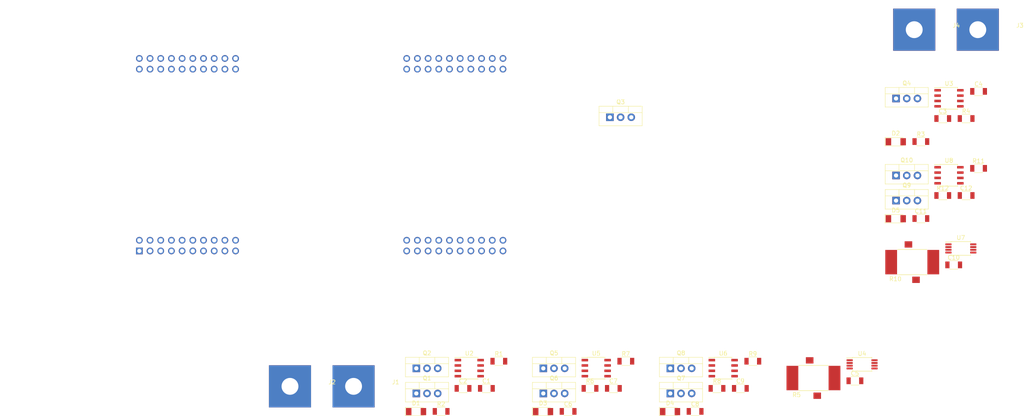
<source format=kicad_pcb>
(kicad_pcb (version 20171130) (host pcbnew "(5.1.2)-1")

  (general
    (thickness 1.6)
    (drawings 0)
    (tracks 0)
    (zones 0)
    (modules 51)
    (nets 116)
  )

  (page A4)
  (layers
    (0 F.Cu signal)
    (31 B.Cu signal)
    (32 B.Adhes user)
    (33 F.Adhes user)
    (34 B.Paste user)
    (35 F.Paste user)
    (36 B.SilkS user)
    (37 F.SilkS user)
    (38 B.Mask user)
    (39 F.Mask user)
    (40 Dwgs.User user)
    (41 Cmts.User user)
    (42 Eco1.User user)
    (43 Eco2.User user)
    (44 Edge.Cuts user)
    (45 Margin user)
    (46 B.CrtYd user)
    (47 F.CrtYd user)
    (48 B.Fab user)
    (49 F.Fab user)
  )

  (setup
    (last_trace_width 0.25)
    (trace_clearance 0.2)
    (zone_clearance 0.508)
    (zone_45_only no)
    (trace_min 0.2)
    (via_size 0.8)
    (via_drill 0.4)
    (via_min_size 0.4)
    (via_min_drill 0.3)
    (uvia_size 0.3)
    (uvia_drill 0.1)
    (uvias_allowed no)
    (uvia_min_size 0.2)
    (uvia_min_drill 0.1)
    (edge_width 0.05)
    (segment_width 0.2)
    (pcb_text_width 0.3)
    (pcb_text_size 1.5 1.5)
    (mod_edge_width 0.12)
    (mod_text_size 1 1)
    (mod_text_width 0.15)
    (pad_size 1.524 1.524)
    (pad_drill 0.762)
    (pad_to_mask_clearance 0.051)
    (solder_mask_min_width 0.25)
    (aux_axis_origin 0 0)
    (visible_elements 7FFFFFFF)
    (pcbplotparams
      (layerselection 0x010fc_ffffffff)
      (usegerberextensions false)
      (usegerberattributes false)
      (usegerberadvancedattributes false)
      (creategerberjobfile false)
      (excludeedgelayer true)
      (linewidth 0.100000)
      (plotframeref false)
      (viasonmask false)
      (mode 1)
      (useauxorigin false)
      (hpglpennumber 1)
      (hpglpenspeed 20)
      (hpglpendiameter 15.000000)
      (psnegative false)
      (psa4output false)
      (plotreference true)
      (plotvalue true)
      (plotinvisibletext false)
      (padsonsilk false)
      (subtractmaskfromsilk false)
      (outputformat 1)
      (mirror false)
      (drillshape 1)
      (scaleselection 1)
      (outputdirectory ""))
  )

  (net 0 "")
  (net 1 -VDC)
  (net 2 +15V)
  (net 3 /power/OUT)
  (net 4 "Net-(C2-Pad1)")
  (net 5 /Leg/Sensor/IN)
  (net 6 "Net-(C4-Pad1)")
  (net 7 +3V3)
  (net 8 /Leg/Power-/OUT)
  (net 9 "Net-(C7-Pad1)")
  (net 10 "/Leg 2/Sensor/IN")
  (net 11 "Net-(C9-Pad1)")
  (net 12 "/Leg 2/Power-/OUT")
  (net 13 "Net-(C12-Pad1)")
  (net 14 /Leg/Sensor/OUT)
  (net 15 "/Leg 2/Sensor/OUT")
  (net 16 +VDC)
  (net 17 "Net-(Q1-Pad1)")
  (net 18 "Net-(Q2-Pad1)")
  (net 19 "Net-(Q3-Pad1)")
  (net 20 "Net-(Q4-Pad1)")
  (net 21 "Net-(Q5-Pad1)")
  (net 22 "Net-(Q6-Pad1)")
  (net 23 "Net-(Q7-Pad1)")
  (net 24 "Net-(Q8-Pad1)")
  (net 25 "Net-(Q9-Pad1)")
  (net 26 "Net-(Q10-Pad1)")
  (net 27 "Net-(R1-Pad1)")
  (net 28 "Net-(R2-Pad1)")
  (net 29 "Net-(R3-Pad1)")
  (net 30 "Net-(R4-Pad1)")
  (net 31 "Net-(R5-Pad3)")
  (net 32 "Net-(R5-Pad2)")
  (net 33 "Net-(R6-Pad1)")
  (net 34 "Net-(R7-Pad1)")
  (net 35 "Net-(R8-Pad1)")
  (net 36 "Net-(R9-Pad1)")
  (net 37 "Net-(R10-Pad3)")
  (net 38 "Net-(R10-Pad2)")
  (net 39 "Net-(R11-Pad1)")
  (net 40 "Net-(R12-Pad1)")
  (net 41 "/Leg 2/QH")
  (net 42 "/Leg 2/QL")
  (net 43 "Net-(U1-Pad78)")
  (net 44 "Net-(U1-Pad77)")
  (net 45 "Net-(U1-Pad76)")
  (net 46 "Net-(U1-Pad75)")
  (net 47 "Net-(U1-Pad74)")
  (net 48 "Net-(U1-Pad73)")
  (net 49 "Net-(U1-Pad72)")
  (net 50 "Net-(U1-Pad71)")
  (net 51 "Net-(U1-Pad70)")
  (net 52 "Net-(U1-Pad69)")
  (net 53 "Net-(U1-Pad68)")
  (net 54 "Net-(U1-Pad67)")
  (net 55 "Net-(U1-Pad66)")
  (net 56 "Net-(U1-Pad65)")
  (net 57 "Net-(U1-Pad64)")
  (net 58 "/Leg 2/Current")
  (net 59 +5V)
  (net 60 "Net-(U1-Pad59)")
  (net 61 "Net-(U1-Pad58)")
  (net 62 "Net-(U1-Pad57)")
  (net 63 "Net-(U1-Pad56)")
  (net 64 "Net-(U1-Pad55)")
  (net 65 "Net-(U1-Pad54)")
  (net 66 "Net-(U1-Pad53)")
  (net 67 "Net-(U1-Pad52)")
  (net 68 "Net-(U1-Pad51)")
  (net 69 "Net-(U1-Pad50)")
  (net 70 "Net-(U1-Pad49)")
  (net 71 "Net-(U1-Pad48)")
  (net 72 "Net-(U1-Pad47)")
  (net 73 "Net-(U1-Pad46)")
  (net 74 "Net-(U1-Pad45)")
  (net 75 "Net-(U1-Pad44)")
  (net 76 "Net-(U1-Pad43)")
  (net 77 "Net-(U1-Pad42)")
  (net 78 /Leg/QH)
  (net 79 /Leg/QL)
  (net 80 /power/QH)
  (net 81 /power/Ql)
  (net 82 "Net-(U1-Pad36)")
  (net 83 "Net-(U1-Pad35)")
  (net 84 "Net-(U1-Pad34)")
  (net 85 "Net-(U1-Pad33)")
  (net 86 "Net-(U1-Pad32)")
  (net 87 "Net-(U1-Pad31)")
  (net 88 "Net-(U1-Pad30)")
  (net 89 "Net-(U1-Pad29)")
  (net 90 "Net-(U1-Pad28)")
  (net 91 "Net-(U1-Pad27)")
  (net 92 "Net-(U1-Pad26)")
  (net 93 "Net-(U1-Pad25)")
  (net 94 /Leg/Current)
  (net 95 "Net-(U1-Pad23)")
  (net 96 "Net-(U1-Pad19)")
  (net 97 "Net-(U1-Pad18)")
  (net 98 "Net-(U1-Pad17)")
  (net 99 "Net-(U1-Pad16)")
  (net 100 "Net-(U1-Pad15)")
  (net 101 "Net-(U1-Pad14)")
  (net 102 "Net-(U1-Pad13)")
  (net 103 "Net-(U1-Pad12)")
  (net 104 "Net-(U1-Pad11)")
  (net 105 "Net-(U1-Pad10)")
  (net 106 "Net-(U1-Pad9)")
  (net 107 "Net-(U1-Pad8)")
  (net 108 "Net-(U1-Pad7)")
  (net 109 "Net-(U1-Pad6)")
  (net 110 "Net-(U1-Pad5)")
  (net 111 "Net-(U1-Pad4)")
  (net 112 "Net-(U1-Pad3)")
  (net 113 "Net-(U1-Pad2)")
  (net 114 "Net-(U4-Pad1)")
  (net 115 "Net-(U7-Pad1)")

  (net_class Default "This is the default net class."
    (clearance 0.2)
    (trace_width 0.25)
    (via_dia 0.8)
    (via_drill 0.4)
    (uvia_dia 0.3)
    (uvia_drill 0.1)
    (add_net +15V)
    (add_net +3V3)
    (add_net +5V)
    (add_net +VDC)
    (add_net -VDC)
    (add_net "/Leg 2/Current")
    (add_net "/Leg 2/Power-/OUT")
    (add_net "/Leg 2/QH")
    (add_net "/Leg 2/QL")
    (add_net "/Leg 2/Sensor/IN")
    (add_net "/Leg 2/Sensor/OUT")
    (add_net /Leg/Current)
    (add_net /Leg/Power-/OUT)
    (add_net /Leg/QH)
    (add_net /Leg/QL)
    (add_net /Leg/Sensor/IN)
    (add_net /Leg/Sensor/OUT)
    (add_net /power/OUT)
    (add_net /power/QH)
    (add_net /power/Ql)
    (add_net "Net-(C12-Pad1)")
    (add_net "Net-(C2-Pad1)")
    (add_net "Net-(C4-Pad1)")
    (add_net "Net-(C7-Pad1)")
    (add_net "Net-(C9-Pad1)")
    (add_net "Net-(Q1-Pad1)")
    (add_net "Net-(Q10-Pad1)")
    (add_net "Net-(Q2-Pad1)")
    (add_net "Net-(Q3-Pad1)")
    (add_net "Net-(Q4-Pad1)")
    (add_net "Net-(Q5-Pad1)")
    (add_net "Net-(Q6-Pad1)")
    (add_net "Net-(Q7-Pad1)")
    (add_net "Net-(Q8-Pad1)")
    (add_net "Net-(Q9-Pad1)")
    (add_net "Net-(R1-Pad1)")
    (add_net "Net-(R10-Pad2)")
    (add_net "Net-(R10-Pad3)")
    (add_net "Net-(R11-Pad1)")
    (add_net "Net-(R12-Pad1)")
    (add_net "Net-(R2-Pad1)")
    (add_net "Net-(R3-Pad1)")
    (add_net "Net-(R4-Pad1)")
    (add_net "Net-(R5-Pad2)")
    (add_net "Net-(R5-Pad3)")
    (add_net "Net-(R6-Pad1)")
    (add_net "Net-(R7-Pad1)")
    (add_net "Net-(R8-Pad1)")
    (add_net "Net-(R9-Pad1)")
    (add_net "Net-(U1-Pad10)")
    (add_net "Net-(U1-Pad11)")
    (add_net "Net-(U1-Pad12)")
    (add_net "Net-(U1-Pad13)")
    (add_net "Net-(U1-Pad14)")
    (add_net "Net-(U1-Pad15)")
    (add_net "Net-(U1-Pad16)")
    (add_net "Net-(U1-Pad17)")
    (add_net "Net-(U1-Pad18)")
    (add_net "Net-(U1-Pad19)")
    (add_net "Net-(U1-Pad2)")
    (add_net "Net-(U1-Pad23)")
    (add_net "Net-(U1-Pad25)")
    (add_net "Net-(U1-Pad26)")
    (add_net "Net-(U1-Pad27)")
    (add_net "Net-(U1-Pad28)")
    (add_net "Net-(U1-Pad29)")
    (add_net "Net-(U1-Pad3)")
    (add_net "Net-(U1-Pad30)")
    (add_net "Net-(U1-Pad31)")
    (add_net "Net-(U1-Pad32)")
    (add_net "Net-(U1-Pad33)")
    (add_net "Net-(U1-Pad34)")
    (add_net "Net-(U1-Pad35)")
    (add_net "Net-(U1-Pad36)")
    (add_net "Net-(U1-Pad4)")
    (add_net "Net-(U1-Pad42)")
    (add_net "Net-(U1-Pad43)")
    (add_net "Net-(U1-Pad44)")
    (add_net "Net-(U1-Pad45)")
    (add_net "Net-(U1-Pad46)")
    (add_net "Net-(U1-Pad47)")
    (add_net "Net-(U1-Pad48)")
    (add_net "Net-(U1-Pad49)")
    (add_net "Net-(U1-Pad5)")
    (add_net "Net-(U1-Pad50)")
    (add_net "Net-(U1-Pad51)")
    (add_net "Net-(U1-Pad52)")
    (add_net "Net-(U1-Pad53)")
    (add_net "Net-(U1-Pad54)")
    (add_net "Net-(U1-Pad55)")
    (add_net "Net-(U1-Pad56)")
    (add_net "Net-(U1-Pad57)")
    (add_net "Net-(U1-Pad58)")
    (add_net "Net-(U1-Pad59)")
    (add_net "Net-(U1-Pad6)")
    (add_net "Net-(U1-Pad64)")
    (add_net "Net-(U1-Pad65)")
    (add_net "Net-(U1-Pad66)")
    (add_net "Net-(U1-Pad67)")
    (add_net "Net-(U1-Pad68)")
    (add_net "Net-(U1-Pad69)")
    (add_net "Net-(U1-Pad7)")
    (add_net "Net-(U1-Pad70)")
    (add_net "Net-(U1-Pad71)")
    (add_net "Net-(U1-Pad72)")
    (add_net "Net-(U1-Pad73)")
    (add_net "Net-(U1-Pad74)")
    (add_net "Net-(U1-Pad75)")
    (add_net "Net-(U1-Pad76)")
    (add_net "Net-(U1-Pad77)")
    (add_net "Net-(U1-Pad78)")
    (add_net "Net-(U1-Pad8)")
    (add_net "Net-(U1-Pad9)")
    (add_net "Net-(U4-Pad1)")
    (add_net "Net-(U7-Pad1)")
  )

  (module Package_SO:SO8 (layer F.Cu) (tedit 5B768FC1) (tstamp 5CB2F9AB)
    (at 185.308 59.494)
    (descr "8-Lead Plastic Small Outline (SN) - Narrow, 3.90 mm Body [SOIC] (see Microchip Packaging Specification 00000049BS.pdf)")
    (tags "SOIC 1.27")
    (path /5CAF0FB9/5B772791/5B768171)
    (attr smd)
    (fp_text reference U8 (at 0 -3.5) (layer F.SilkS)
      (effects (font (size 1 1) (thickness 0.15)))
    )
    (fp_text value IR2181 (at 0 3.5) (layer F.Fab) hide
      (effects (font (size 1 1) (thickness 0.15)))
    )
    (fp_line (start -2.075 -2.525) (end -3.475 -2.525) (layer F.SilkS) (width 0.15))
    (fp_line (start -2.075 2.575) (end 2.075 2.575) (layer F.SilkS) (width 0.15))
    (fp_line (start -2.075 -2.575) (end 2.075 -2.575) (layer F.SilkS) (width 0.15))
    (fp_line (start -2.075 2.575) (end -2.075 2.43) (layer F.SilkS) (width 0.15))
    (fp_line (start 2.075 2.575) (end 2.075 2.43) (layer F.SilkS) (width 0.15))
    (fp_line (start 2.075 -2.575) (end 2.075 -2.43) (layer F.SilkS) (width 0.15))
    (fp_line (start -2.075 -2.575) (end -2.075 -2.525) (layer F.SilkS) (width 0.15))
    (fp_line (start -3.73 2.7) (end 3.73 2.7) (layer F.CrtYd) (width 0.05))
    (fp_line (start -3.73 -2.7) (end 3.73 -2.7) (layer F.CrtYd) (width 0.05))
    (fp_line (start 3.73 -2.7) (end 3.73 2.7) (layer F.CrtYd) (width 0.05))
    (fp_line (start -3.73 -2.7) (end -3.73 2.7) (layer F.CrtYd) (width 0.05))
    (fp_line (start -1.95 -1.45) (end -0.95 -2.45) (layer F.Fab) (width 0.1))
    (fp_line (start -1.95 2.45) (end -1.95 -1.45) (layer F.Fab) (width 0.1))
    (fp_line (start 1.95 2.45) (end -1.95 2.45) (layer F.Fab) (width 0.1))
    (fp_line (start 1.95 -2.45) (end 1.95 2.45) (layer F.Fab) (width 0.1))
    (fp_line (start -0.95 -2.45) (end 1.95 -2.45) (layer F.Fab) (width 0.1))
    (fp_text user %R (at 0 0) (layer F.Fab)
      (effects (font (size 1 1) (thickness 0.15)))
    )
    (pad 8 smd rect (at 2.7 -1.905) (size 1.55 0.6) (layers F.Cu F.Paste F.Mask)
      (net 13 "Net-(C12-Pad1)"))
    (pad 7 smd rect (at 2.7 -0.635) (size 1.55 0.6) (layers F.Cu F.Paste F.Mask)
      (net 39 "Net-(R11-Pad1)"))
    (pad 6 smd rect (at 2.7 0.635) (size 1.55 0.6) (layers F.Cu F.Paste F.Mask)
      (net 12 "/Leg 2/Power-/OUT"))
    (pad 5 smd rect (at 2.7 1.905) (size 1.55 0.6) (layers F.Cu F.Paste F.Mask)
      (net 2 +15V))
    (pad 4 smd rect (at -2.7 1.905) (size 1.55 0.6) (layers F.Cu F.Paste F.Mask)
      (net 40 "Net-(R12-Pad1)"))
    (pad 3 smd rect (at -2.7 0.635) (size 1.55 0.6) (layers F.Cu F.Paste F.Mask)
      (net 1 -VDC))
    (pad 2 smd rect (at -2.7 -0.635) (size 1.55 0.6) (layers F.Cu F.Paste F.Mask)
      (net 41 "/Leg 2/QH"))
    (pad 1 smd rect (at -2.7 -1.905) (size 1.55 0.6) (layers F.Cu F.Paste F.Mask)
      (net 42 "/Leg 2/QL"))
    (model ${KISYS3DMOD}/Package_SO.3dshapes/SOIC-8_3.9x4.9mm_P1.27mm.wrl
      (at (xyz 0 0 0))
      (scale (xyz 1 1 1))
      (rotate (xyz 0 0 0))
    )
  )

  (module Package_SO:TSSOP-8_4.4x3mm_P0.65mm (layer F.Cu) (tedit 5A02F25C) (tstamp 5CB2F98E)
    (at 188.128 76.874)
    (descr "8-Lead Plastic Thin Shrink Small Outline (ST)-4.4 mm Body [TSSOP] (see Microchip Packaging Specification 00000049BS.pdf)")
    (tags "SSOP 0.65")
    (path /5CAF0FB9/5B767FF5/5B76BDE6)
    (attr smd)
    (fp_text reference U7 (at 0 -2.55) (layer F.SilkS)
      (effects (font (size 1 1) (thickness 0.15)))
    )
    (fp_text value INA240 (at 0 2.55) (layer F.Fab)
      (effects (font (size 1 1) (thickness 0.15)))
    )
    (fp_text user %R (at 0 0) (layer F.Fab)
      (effects (font (size 0.7 0.7) (thickness 0.15)))
    )
    (fp_line (start -2.325 -1.525) (end -3.675 -1.525) (layer F.SilkS) (width 0.15))
    (fp_line (start -2.325 1.625) (end 2.325 1.625) (layer F.SilkS) (width 0.15))
    (fp_line (start -2.325 -1.625) (end 2.325 -1.625) (layer F.SilkS) (width 0.15))
    (fp_line (start -2.325 1.625) (end -2.325 1.425) (layer F.SilkS) (width 0.15))
    (fp_line (start 2.325 1.625) (end 2.325 1.425) (layer F.SilkS) (width 0.15))
    (fp_line (start 2.325 -1.625) (end 2.325 -1.425) (layer F.SilkS) (width 0.15))
    (fp_line (start -2.325 -1.625) (end -2.325 -1.525) (layer F.SilkS) (width 0.15))
    (fp_line (start -3.95 1.8) (end 3.95 1.8) (layer F.CrtYd) (width 0.05))
    (fp_line (start -3.95 -1.8) (end 3.95 -1.8) (layer F.CrtYd) (width 0.05))
    (fp_line (start 3.95 -1.8) (end 3.95 1.8) (layer F.CrtYd) (width 0.05))
    (fp_line (start -3.95 -1.8) (end -3.95 1.8) (layer F.CrtYd) (width 0.05))
    (fp_line (start -2.2 -0.5) (end -1.2 -1.5) (layer F.Fab) (width 0.15))
    (fp_line (start -2.2 1.5) (end -2.2 -0.5) (layer F.Fab) (width 0.15))
    (fp_line (start 2.2 1.5) (end -2.2 1.5) (layer F.Fab) (width 0.15))
    (fp_line (start 2.2 -1.5) (end 2.2 1.5) (layer F.Fab) (width 0.15))
    (fp_line (start -1.2 -1.5) (end 2.2 -1.5) (layer F.Fab) (width 0.15))
    (pad 8 smd rect (at 2.95 -0.975) (size 1.45 0.45) (layers F.Cu F.Paste F.Mask)
      (net 58 "/Leg 2/Current"))
    (pad 7 smd rect (at 2.95 -0.325) (size 1.45 0.45) (layers F.Cu F.Paste F.Mask)
      (net 1 -VDC))
    (pad 6 smd rect (at 2.95 0.325) (size 1.45 0.45) (layers F.Cu F.Paste F.Mask)
      (net 7 +3V3))
    (pad 5 smd rect (at 2.95 0.975) (size 1.45 0.45) (layers F.Cu F.Paste F.Mask)
      (net 7 +3V3))
    (pad 4 smd rect (at -2.95 0.975) (size 1.45 0.45) (layers F.Cu F.Paste F.Mask)
      (net 1 -VDC))
    (pad 3 smd rect (at -2.95 0.325) (size 1.45 0.45) (layers F.Cu F.Paste F.Mask)
      (net 38 "Net-(R10-Pad2)"))
    (pad 2 smd rect (at -2.95 -0.325) (size 1.45 0.45) (layers F.Cu F.Paste F.Mask)
      (net 37 "Net-(R10-Pad3)"))
    (pad 1 smd rect (at -2.95 -0.975) (size 1.45 0.45) (layers F.Cu F.Paste F.Mask)
      (net 115 "Net-(U7-Pad1)"))
    (model ${KISYS3DMOD}/Package_SO.3dshapes/TSSOP-8_4.4x3mm_P0.65mm.wrl
      (at (xyz 0 0 0))
      (scale (xyz 1 1 1))
      (rotate (xyz 0 0 0))
    )
  )

  (module Package_SO:SO8 (layer F.Cu) (tedit 5B768FC1) (tstamp 5CB2F971)
    (at 131.688 105.304)
    (descr "8-Lead Plastic Small Outline (SN) - Narrow, 3.90 mm Body [SOIC] (see Microchip Packaging Specification 00000049BS.pdf)")
    (tags "SOIC 1.27")
    (path /5CAF0FB9/5B767FF2/5B768171)
    (attr smd)
    (fp_text reference U6 (at 0 -3.5) (layer F.SilkS)
      (effects (font (size 1 1) (thickness 0.15)))
    )
    (fp_text value IR2181 (at 0 3.5) (layer F.Fab) hide
      (effects (font (size 1 1) (thickness 0.15)))
    )
    (fp_line (start -2.075 -2.525) (end -3.475 -2.525) (layer F.SilkS) (width 0.15))
    (fp_line (start -2.075 2.575) (end 2.075 2.575) (layer F.SilkS) (width 0.15))
    (fp_line (start -2.075 -2.575) (end 2.075 -2.575) (layer F.SilkS) (width 0.15))
    (fp_line (start -2.075 2.575) (end -2.075 2.43) (layer F.SilkS) (width 0.15))
    (fp_line (start 2.075 2.575) (end 2.075 2.43) (layer F.SilkS) (width 0.15))
    (fp_line (start 2.075 -2.575) (end 2.075 -2.43) (layer F.SilkS) (width 0.15))
    (fp_line (start -2.075 -2.575) (end -2.075 -2.525) (layer F.SilkS) (width 0.15))
    (fp_line (start -3.73 2.7) (end 3.73 2.7) (layer F.CrtYd) (width 0.05))
    (fp_line (start -3.73 -2.7) (end 3.73 -2.7) (layer F.CrtYd) (width 0.05))
    (fp_line (start 3.73 -2.7) (end 3.73 2.7) (layer F.CrtYd) (width 0.05))
    (fp_line (start -3.73 -2.7) (end -3.73 2.7) (layer F.CrtYd) (width 0.05))
    (fp_line (start -1.95 -1.45) (end -0.95 -2.45) (layer F.Fab) (width 0.1))
    (fp_line (start -1.95 2.45) (end -1.95 -1.45) (layer F.Fab) (width 0.1))
    (fp_line (start 1.95 2.45) (end -1.95 2.45) (layer F.Fab) (width 0.1))
    (fp_line (start 1.95 -2.45) (end 1.95 2.45) (layer F.Fab) (width 0.1))
    (fp_line (start -0.95 -2.45) (end 1.95 -2.45) (layer F.Fab) (width 0.1))
    (fp_text user %R (at 0 0) (layer F.Fab)
      (effects (font (size 1 1) (thickness 0.15)))
    )
    (pad 8 smd rect (at 2.7 -1.905) (size 1.55 0.6) (layers F.Cu F.Paste F.Mask)
      (net 11 "Net-(C9-Pad1)"))
    (pad 7 smd rect (at 2.7 -0.635) (size 1.55 0.6) (layers F.Cu F.Paste F.Mask)
      (net 35 "Net-(R8-Pad1)"))
    (pad 6 smd rect (at 2.7 0.635) (size 1.55 0.6) (layers F.Cu F.Paste F.Mask)
      (net 10 "/Leg 2/Sensor/IN"))
    (pad 5 smd rect (at 2.7 1.905) (size 1.55 0.6) (layers F.Cu F.Paste F.Mask)
      (net 2 +15V))
    (pad 4 smd rect (at -2.7 1.905) (size 1.55 0.6) (layers F.Cu F.Paste F.Mask)
      (net 36 "Net-(R9-Pad1)"))
    (pad 3 smd rect (at -2.7 0.635) (size 1.55 0.6) (layers F.Cu F.Paste F.Mask)
      (net 1 -VDC))
    (pad 2 smd rect (at -2.7 -0.635) (size 1.55 0.6) (layers F.Cu F.Paste F.Mask)
      (net 42 "/Leg 2/QL"))
    (pad 1 smd rect (at -2.7 -1.905) (size 1.55 0.6) (layers F.Cu F.Paste F.Mask)
      (net 41 "/Leg 2/QH"))
    (model ${KISYS3DMOD}/Package_SO.3dshapes/SOIC-8_3.9x4.9mm_P1.27mm.wrl
      (at (xyz 0 0 0))
      (scale (xyz 1 1 1))
      (rotate (xyz 0 0 0))
    )
  )

  (module Package_SO:SO8 (layer F.Cu) (tedit 5B768FC1) (tstamp 5CB2F954)
    (at 101.528 105.304)
    (descr "8-Lead Plastic Small Outline (SN) - Narrow, 3.90 mm Body [SOIC] (see Microchip Packaging Specification 00000049BS.pdf)")
    (tags "SOIC 1.27")
    (path /5CADA6B4/5B772791/5B768171)
    (attr smd)
    (fp_text reference U5 (at 0 -3.5) (layer F.SilkS)
      (effects (font (size 1 1) (thickness 0.15)))
    )
    (fp_text value IR2181 (at 0 3.5) (layer F.Fab) hide
      (effects (font (size 1 1) (thickness 0.15)))
    )
    (fp_line (start -2.075 -2.525) (end -3.475 -2.525) (layer F.SilkS) (width 0.15))
    (fp_line (start -2.075 2.575) (end 2.075 2.575) (layer F.SilkS) (width 0.15))
    (fp_line (start -2.075 -2.575) (end 2.075 -2.575) (layer F.SilkS) (width 0.15))
    (fp_line (start -2.075 2.575) (end -2.075 2.43) (layer F.SilkS) (width 0.15))
    (fp_line (start 2.075 2.575) (end 2.075 2.43) (layer F.SilkS) (width 0.15))
    (fp_line (start 2.075 -2.575) (end 2.075 -2.43) (layer F.SilkS) (width 0.15))
    (fp_line (start -2.075 -2.575) (end -2.075 -2.525) (layer F.SilkS) (width 0.15))
    (fp_line (start -3.73 2.7) (end 3.73 2.7) (layer F.CrtYd) (width 0.05))
    (fp_line (start -3.73 -2.7) (end 3.73 -2.7) (layer F.CrtYd) (width 0.05))
    (fp_line (start 3.73 -2.7) (end 3.73 2.7) (layer F.CrtYd) (width 0.05))
    (fp_line (start -3.73 -2.7) (end -3.73 2.7) (layer F.CrtYd) (width 0.05))
    (fp_line (start -1.95 -1.45) (end -0.95 -2.45) (layer F.Fab) (width 0.1))
    (fp_line (start -1.95 2.45) (end -1.95 -1.45) (layer F.Fab) (width 0.1))
    (fp_line (start 1.95 2.45) (end -1.95 2.45) (layer F.Fab) (width 0.1))
    (fp_line (start 1.95 -2.45) (end 1.95 2.45) (layer F.Fab) (width 0.1))
    (fp_line (start -0.95 -2.45) (end 1.95 -2.45) (layer F.Fab) (width 0.1))
    (fp_text user %R (at 0 0) (layer F.Fab)
      (effects (font (size 1 1) (thickness 0.15)))
    )
    (pad 8 smd rect (at 2.7 -1.905) (size 1.55 0.6) (layers F.Cu F.Paste F.Mask)
      (net 9 "Net-(C7-Pad1)"))
    (pad 7 smd rect (at 2.7 -0.635) (size 1.55 0.6) (layers F.Cu F.Paste F.Mask)
      (net 33 "Net-(R6-Pad1)"))
    (pad 6 smd rect (at 2.7 0.635) (size 1.55 0.6) (layers F.Cu F.Paste F.Mask)
      (net 8 /Leg/Power-/OUT))
    (pad 5 smd rect (at 2.7 1.905) (size 1.55 0.6) (layers F.Cu F.Paste F.Mask)
      (net 2 +15V))
    (pad 4 smd rect (at -2.7 1.905) (size 1.55 0.6) (layers F.Cu F.Paste F.Mask)
      (net 34 "Net-(R7-Pad1)"))
    (pad 3 smd rect (at -2.7 0.635) (size 1.55 0.6) (layers F.Cu F.Paste F.Mask)
      (net 1 -VDC))
    (pad 2 smd rect (at -2.7 -0.635) (size 1.55 0.6) (layers F.Cu F.Paste F.Mask)
      (net 78 /Leg/QH))
    (pad 1 smd rect (at -2.7 -1.905) (size 1.55 0.6) (layers F.Cu F.Paste F.Mask)
      (net 79 /Leg/QL))
    (model ${KISYS3DMOD}/Package_SO.3dshapes/SOIC-8_3.9x4.9mm_P1.27mm.wrl
      (at (xyz 0 0 0))
      (scale (xyz 1 1 1))
      (rotate (xyz 0 0 0))
    )
  )

  (module Package_SO:TSSOP-8_4.4x3mm_P0.65mm (layer F.Cu) (tedit 5A02F25C) (tstamp 5CB2F937)
    (at 164.668 104.404)
    (descr "8-Lead Plastic Thin Shrink Small Outline (ST)-4.4 mm Body [TSSOP] (see Microchip Packaging Specification 00000049BS.pdf)")
    (tags "SSOP 0.65")
    (path /5CADA6B4/5B767FF5/5B76BDE6)
    (attr smd)
    (fp_text reference U4 (at 0 -2.55) (layer F.SilkS)
      (effects (font (size 1 1) (thickness 0.15)))
    )
    (fp_text value INA240 (at 0 2.55) (layer F.Fab)
      (effects (font (size 1 1) (thickness 0.15)))
    )
    (fp_text user %R (at 0 0) (layer F.Fab)
      (effects (font (size 0.7 0.7) (thickness 0.15)))
    )
    (fp_line (start -2.325 -1.525) (end -3.675 -1.525) (layer F.SilkS) (width 0.15))
    (fp_line (start -2.325 1.625) (end 2.325 1.625) (layer F.SilkS) (width 0.15))
    (fp_line (start -2.325 -1.625) (end 2.325 -1.625) (layer F.SilkS) (width 0.15))
    (fp_line (start -2.325 1.625) (end -2.325 1.425) (layer F.SilkS) (width 0.15))
    (fp_line (start 2.325 1.625) (end 2.325 1.425) (layer F.SilkS) (width 0.15))
    (fp_line (start 2.325 -1.625) (end 2.325 -1.425) (layer F.SilkS) (width 0.15))
    (fp_line (start -2.325 -1.625) (end -2.325 -1.525) (layer F.SilkS) (width 0.15))
    (fp_line (start -3.95 1.8) (end 3.95 1.8) (layer F.CrtYd) (width 0.05))
    (fp_line (start -3.95 -1.8) (end 3.95 -1.8) (layer F.CrtYd) (width 0.05))
    (fp_line (start 3.95 -1.8) (end 3.95 1.8) (layer F.CrtYd) (width 0.05))
    (fp_line (start -3.95 -1.8) (end -3.95 1.8) (layer F.CrtYd) (width 0.05))
    (fp_line (start -2.2 -0.5) (end -1.2 -1.5) (layer F.Fab) (width 0.15))
    (fp_line (start -2.2 1.5) (end -2.2 -0.5) (layer F.Fab) (width 0.15))
    (fp_line (start 2.2 1.5) (end -2.2 1.5) (layer F.Fab) (width 0.15))
    (fp_line (start 2.2 -1.5) (end 2.2 1.5) (layer F.Fab) (width 0.15))
    (fp_line (start -1.2 -1.5) (end 2.2 -1.5) (layer F.Fab) (width 0.15))
    (pad 8 smd rect (at 2.95 -0.975) (size 1.45 0.45) (layers F.Cu F.Paste F.Mask)
      (net 94 /Leg/Current))
    (pad 7 smd rect (at 2.95 -0.325) (size 1.45 0.45) (layers F.Cu F.Paste F.Mask)
      (net 1 -VDC))
    (pad 6 smd rect (at 2.95 0.325) (size 1.45 0.45) (layers F.Cu F.Paste F.Mask)
      (net 7 +3V3))
    (pad 5 smd rect (at 2.95 0.975) (size 1.45 0.45) (layers F.Cu F.Paste F.Mask)
      (net 7 +3V3))
    (pad 4 smd rect (at -2.95 0.975) (size 1.45 0.45) (layers F.Cu F.Paste F.Mask)
      (net 1 -VDC))
    (pad 3 smd rect (at -2.95 0.325) (size 1.45 0.45) (layers F.Cu F.Paste F.Mask)
      (net 32 "Net-(R5-Pad2)"))
    (pad 2 smd rect (at -2.95 -0.325) (size 1.45 0.45) (layers F.Cu F.Paste F.Mask)
      (net 31 "Net-(R5-Pad3)"))
    (pad 1 smd rect (at -2.95 -0.975) (size 1.45 0.45) (layers F.Cu F.Paste F.Mask)
      (net 114 "Net-(U4-Pad1)"))
    (model ${KISYS3DMOD}/Package_SO.3dshapes/TSSOP-8_4.4x3mm_P0.65mm.wrl
      (at (xyz 0 0 0))
      (scale (xyz 1 1 1))
      (rotate (xyz 0 0 0))
    )
  )

  (module Package_SO:SO8 (layer F.Cu) (tedit 5B768FC1) (tstamp 5CB2F91A)
    (at 185.308 41.214)
    (descr "8-Lead Plastic Small Outline (SN) - Narrow, 3.90 mm Body [SOIC] (see Microchip Packaging Specification 00000049BS.pdf)")
    (tags "SOIC 1.27")
    (path /5CADA6B4/5B767FF2/5B768171)
    (attr smd)
    (fp_text reference U3 (at 0 -3.5) (layer F.SilkS)
      (effects (font (size 1 1) (thickness 0.15)))
    )
    (fp_text value IR2181 (at 0 3.5) (layer F.Fab) hide
      (effects (font (size 1 1) (thickness 0.15)))
    )
    (fp_line (start -2.075 -2.525) (end -3.475 -2.525) (layer F.SilkS) (width 0.15))
    (fp_line (start -2.075 2.575) (end 2.075 2.575) (layer F.SilkS) (width 0.15))
    (fp_line (start -2.075 -2.575) (end 2.075 -2.575) (layer F.SilkS) (width 0.15))
    (fp_line (start -2.075 2.575) (end -2.075 2.43) (layer F.SilkS) (width 0.15))
    (fp_line (start 2.075 2.575) (end 2.075 2.43) (layer F.SilkS) (width 0.15))
    (fp_line (start 2.075 -2.575) (end 2.075 -2.43) (layer F.SilkS) (width 0.15))
    (fp_line (start -2.075 -2.575) (end -2.075 -2.525) (layer F.SilkS) (width 0.15))
    (fp_line (start -3.73 2.7) (end 3.73 2.7) (layer F.CrtYd) (width 0.05))
    (fp_line (start -3.73 -2.7) (end 3.73 -2.7) (layer F.CrtYd) (width 0.05))
    (fp_line (start 3.73 -2.7) (end 3.73 2.7) (layer F.CrtYd) (width 0.05))
    (fp_line (start -3.73 -2.7) (end -3.73 2.7) (layer F.CrtYd) (width 0.05))
    (fp_line (start -1.95 -1.45) (end -0.95 -2.45) (layer F.Fab) (width 0.1))
    (fp_line (start -1.95 2.45) (end -1.95 -1.45) (layer F.Fab) (width 0.1))
    (fp_line (start 1.95 2.45) (end -1.95 2.45) (layer F.Fab) (width 0.1))
    (fp_line (start 1.95 -2.45) (end 1.95 2.45) (layer F.Fab) (width 0.1))
    (fp_line (start -0.95 -2.45) (end 1.95 -2.45) (layer F.Fab) (width 0.1))
    (fp_text user %R (at 0 0) (layer F.Fab)
      (effects (font (size 1 1) (thickness 0.15)))
    )
    (pad 8 smd rect (at 2.7 -1.905) (size 1.55 0.6) (layers F.Cu F.Paste F.Mask)
      (net 6 "Net-(C4-Pad1)"))
    (pad 7 smd rect (at 2.7 -0.635) (size 1.55 0.6) (layers F.Cu F.Paste F.Mask)
      (net 29 "Net-(R3-Pad1)"))
    (pad 6 smd rect (at 2.7 0.635) (size 1.55 0.6) (layers F.Cu F.Paste F.Mask)
      (net 5 /Leg/Sensor/IN))
    (pad 5 smd rect (at 2.7 1.905) (size 1.55 0.6) (layers F.Cu F.Paste F.Mask)
      (net 2 +15V))
    (pad 4 smd rect (at -2.7 1.905) (size 1.55 0.6) (layers F.Cu F.Paste F.Mask)
      (net 30 "Net-(R4-Pad1)"))
    (pad 3 smd rect (at -2.7 0.635) (size 1.55 0.6) (layers F.Cu F.Paste F.Mask)
      (net 1 -VDC))
    (pad 2 smd rect (at -2.7 -0.635) (size 1.55 0.6) (layers F.Cu F.Paste F.Mask)
      (net 79 /Leg/QL))
    (pad 1 smd rect (at -2.7 -1.905) (size 1.55 0.6) (layers F.Cu F.Paste F.Mask)
      (net 78 /Leg/QH))
    (model ${KISYS3DMOD}/Package_SO.3dshapes/SOIC-8_3.9x4.9mm_P1.27mm.wrl
      (at (xyz 0 0 0))
      (scale (xyz 1 1 1))
      (rotate (xyz 0 0 0))
    )
  )

  (module Package_SO:SO8 (layer F.Cu) (tedit 5B768FC1) (tstamp 5CB2F8FD)
    (at 71.368 105.304)
    (descr "8-Lead Plastic Small Outline (SN) - Narrow, 3.90 mm Body [SOIC] (see Microchip Packaging Specification 00000049BS.pdf)")
    (tags "SOIC 1.27")
    (path /5CADA2A6/5B768171)
    (attr smd)
    (fp_text reference U2 (at 0 -3.5) (layer F.SilkS)
      (effects (font (size 1 1) (thickness 0.15)))
    )
    (fp_text value IR2181 (at 0 3.5) (layer F.Fab) hide
      (effects (font (size 1 1) (thickness 0.15)))
    )
    (fp_line (start -2.075 -2.525) (end -3.475 -2.525) (layer F.SilkS) (width 0.15))
    (fp_line (start -2.075 2.575) (end 2.075 2.575) (layer F.SilkS) (width 0.15))
    (fp_line (start -2.075 -2.575) (end 2.075 -2.575) (layer F.SilkS) (width 0.15))
    (fp_line (start -2.075 2.575) (end -2.075 2.43) (layer F.SilkS) (width 0.15))
    (fp_line (start 2.075 2.575) (end 2.075 2.43) (layer F.SilkS) (width 0.15))
    (fp_line (start 2.075 -2.575) (end 2.075 -2.43) (layer F.SilkS) (width 0.15))
    (fp_line (start -2.075 -2.575) (end -2.075 -2.525) (layer F.SilkS) (width 0.15))
    (fp_line (start -3.73 2.7) (end 3.73 2.7) (layer F.CrtYd) (width 0.05))
    (fp_line (start -3.73 -2.7) (end 3.73 -2.7) (layer F.CrtYd) (width 0.05))
    (fp_line (start 3.73 -2.7) (end 3.73 2.7) (layer F.CrtYd) (width 0.05))
    (fp_line (start -3.73 -2.7) (end -3.73 2.7) (layer F.CrtYd) (width 0.05))
    (fp_line (start -1.95 -1.45) (end -0.95 -2.45) (layer F.Fab) (width 0.1))
    (fp_line (start -1.95 2.45) (end -1.95 -1.45) (layer F.Fab) (width 0.1))
    (fp_line (start 1.95 2.45) (end -1.95 2.45) (layer F.Fab) (width 0.1))
    (fp_line (start 1.95 -2.45) (end 1.95 2.45) (layer F.Fab) (width 0.1))
    (fp_line (start -0.95 -2.45) (end 1.95 -2.45) (layer F.Fab) (width 0.1))
    (fp_text user %R (at 0 0) (layer F.Fab)
      (effects (font (size 1 1) (thickness 0.15)))
    )
    (pad 8 smd rect (at 2.7 -1.905) (size 1.55 0.6) (layers F.Cu F.Paste F.Mask)
      (net 4 "Net-(C2-Pad1)"))
    (pad 7 smd rect (at 2.7 -0.635) (size 1.55 0.6) (layers F.Cu F.Paste F.Mask)
      (net 27 "Net-(R1-Pad1)"))
    (pad 6 smd rect (at 2.7 0.635) (size 1.55 0.6) (layers F.Cu F.Paste F.Mask)
      (net 3 /power/OUT))
    (pad 5 smd rect (at 2.7 1.905) (size 1.55 0.6) (layers F.Cu F.Paste F.Mask)
      (net 2 +15V))
    (pad 4 smd rect (at -2.7 1.905) (size 1.55 0.6) (layers F.Cu F.Paste F.Mask)
      (net 28 "Net-(R2-Pad1)"))
    (pad 3 smd rect (at -2.7 0.635) (size 1.55 0.6) (layers F.Cu F.Paste F.Mask)
      (net 1 -VDC))
    (pad 2 smd rect (at -2.7 -0.635) (size 1.55 0.6) (layers F.Cu F.Paste F.Mask)
      (net 81 /power/Ql))
    (pad 1 smd rect (at -2.7 -1.905) (size 1.55 0.6) (layers F.Cu F.Paste F.Mask)
      (net 80 /power/QH))
    (model ${KISYS3DMOD}/Package_SO.3dshapes/SOIC-8_3.9x4.9mm_P1.27mm.wrl
      (at (xyz 0 0 0))
      (scale (xyz 1 1 1))
      (rotate (xyz 0 0 0))
    )
  )

  (module Module:28379D_launchpad (layer F.Cu) (tedit 5C503553) (tstamp 5CB2F8E0)
    (at -6.985 77.47)
    (descr "28379D launchpad")
    (tags DEV)
    (path /5CA30270)
    (fp_text reference U1 (at -29.845 -53.34) (layer F.SilkS) hide
      (effects (font (size 1 1) (thickness 0.15)))
    )
    (fp_text value LAUNCHXL-F28379D (at 5.715 -5.715) (layer F.Fab) hide
      (effects (font (size 1 1) (thickness 0.15)))
    )
    (fp_line (start 62.23 -41.91) (end 62.23 -46.99) (layer F.CrtYd) (width 0.12))
    (fp_line (start 87.63 -41.91) (end 62.23 -41.91) (layer F.CrtYd) (width 0.12))
    (fp_line (start 87.63 -46.99) (end 87.63 -41.91) (layer F.CrtYd) (width 0.12))
    (fp_line (start 62.23 -46.99) (end 87.63 -46.99) (layer F.CrtYd) (width 0.12))
    (fp_line (start 62.23 1.27) (end 62.23 -3.81) (layer F.CrtYd) (width 0.12))
    (fp_line (start 87.63 1.27) (end 62.23 1.27) (layer F.CrtYd) (width 0.12))
    (fp_line (start 87.63 -3.81) (end 87.63 1.27) (layer F.CrtYd) (width 0.12))
    (fp_line (start 62.23 -3.81) (end 87.63 -3.81) (layer F.CrtYd) (width 0.12))
    (fp_line (start -1.27 1.27) (end -1.27 -3.81) (layer F.CrtYd) (width 0.12))
    (fp_line (start 24.13 1.27) (end -1.27 1.27) (layer F.CrtYd) (width 0.12))
    (fp_line (start 24.13 -3.81) (end 24.13 1.27) (layer F.CrtYd) (width 0.12))
    (fp_line (start -1.27 -3.81) (end 24.13 -3.81) (layer F.CrtYd) (width 0.12))
    (fp_line (start -1.27 -41.91) (end -1.27 -46.99) (layer F.CrtYd) (width 0.12))
    (fp_line (start 24.13 -41.91) (end -1.27 -41.91) (layer F.CrtYd) (width 0.12))
    (fp_line (start 24.13 -46.99) (end 24.13 -41.91) (layer F.CrtYd) (width 0.12))
    (fp_line (start -1.27 -46.99) (end 24.13 -46.99) (layer F.CrtYd) (width 0.12))
    (fp_line (start 29.21 -46.99) (end 29.21 -50.8) (layer Dwgs.User) (width 0.15))
    (fp_line (start 29.21 -50.8) (end 31.75 -50.8) (layer Dwgs.User) (width 0.15))
    (fp_line (start 31.75 -50.8) (end 31.75 -53.34) (layer Dwgs.User) (width 0.15))
    (fp_line (start 31.75 -53.34) (end 34.29 -53.34) (layer Dwgs.User) (width 0.15))
    (fp_line (start 34.29 -53.34) (end 34.29 -50.8) (layer Dwgs.User) (width 0.15))
    (fp_line (start 34.29 -50.8) (end 36.83 -50.8) (layer Dwgs.User) (width 0.15))
    (fp_line (start 36.83 -50.8) (end 36.83 -46.99) (layer Dwgs.User) (width 0.15))
    (fp_line (start 36.83 -46.99) (end 29.21 -46.99) (layer Dwgs.User) (width 0.15))
    (fp_line (start -26.67 -41.91) (end -26.67 -34.29) (layer Dwgs.User) (width 0.15))
    (fp_line (start -26.67 -34.29) (end -19.05 -34.29) (layer Dwgs.User) (width 0.15))
    (fp_line (start -19.05 -34.29) (end -19.05 -41.91) (layer Dwgs.User) (width 0.15))
    (fp_line (start -19.05 -41.91) (end -26.67 -41.91) (layer Dwgs.User) (width 0.15))
    (fp_line (start -13.97 -16.51) (end -7.62 -16.51) (layer Dwgs.User) (width 0.15))
    (fp_line (start -7.62 -16.51) (end -7.62 -26.67) (layer Dwgs.User) (width 0.15))
    (fp_line (start -7.62 -26.67) (end -13.97 -26.67) (layer Dwgs.User) (width 0.15))
    (fp_line (start -13.97 -26.67) (end -13.97 -16.51) (layer Dwgs.User) (width 0.15))
    (fp_line (start -13.97 -3.81) (end -7.62 -3.81) (layer Dwgs.User) (width 0.15))
    (fp_line (start -7.62 -3.81) (end -7.62 -13.97) (layer Dwgs.User) (width 0.15))
    (fp_line (start -7.62 -13.97) (end -13.97 -13.97) (layer Dwgs.User) (width 0.15))
    (fp_line (start -13.97 -13.97) (end -13.97 -3.81) (layer Dwgs.User) (width 0.15))
    (fp_line (start -31.75 2.54) (end -24.13 2.54) (layer Dwgs.User) (width 0.15))
    (fp_line (start -24.13 2.54) (end -24.13 -5.08) (layer Dwgs.User) (width 0.15))
    (fp_line (start -24.13 -5.08) (end -31.75 -5.08) (layer Dwgs.User) (width 0.15))
    (fp_line (start 0 6.35) (end -31.75 6.35) (layer Dwgs.User) (width 0.15))
    (fp_line (start -31.75 6.35) (end -31.75 -52.07) (layer Dwgs.User) (width 0.15))
    (fp_line (start -31.75 -52.07) (end 99.06 -52.07) (layer Dwgs.User) (width 0.15))
    (fp_line (start 99.06 -52.07) (end 99.06 6.35) (layer Dwgs.User) (width 0.15))
    (fp_line (start 99.06 6.35) (end 0 6.35) (layer Dwgs.User) (width 0.15))
    (fp_line (start 87.63 -46.99) (end 62.23 -46.99) (layer Dwgs.User) (width 0.15))
    (fp_line (start 87.63 -41.91) (end 87.63 -46.99) (layer Dwgs.User) (width 0.15))
    (fp_line (start 62.23 -41.91) (end 87.63 -41.91) (layer Dwgs.User) (width 0.15))
    (fp_line (start 62.23 -46.99) (end 62.23 -41.91) (layer Dwgs.User) (width 0.15))
    (fp_line (start 97.79 -46.99) (end 90.17 -46.99) (layer Dwgs.User) (width 0.15))
    (fp_line (start 97.79 -44.45) (end 97.79 -46.99) (layer Dwgs.User) (width 0.15))
    (fp_line (start 90.17 -44.45) (end 97.79 -44.45) (layer Dwgs.User) (width 0.15))
    (fp_line (start 90.17 -46.99) (end 90.17 -44.45) (layer Dwgs.User) (width 0.15))
    (fp_line (start 95.25 -29.21) (end 95.25 -41.91) (layer Dwgs.User) (width 0.15))
    (fp_line (start 97.79 -29.21) (end 95.25 -29.21) (layer Dwgs.User) (width 0.15))
    (fp_line (start 97.79 -41.91) (end 97.79 -29.21) (layer Dwgs.User) (width 0.15))
    (fp_line (start 95.25 -41.91) (end 97.79 -41.91) (layer Dwgs.User) (width 0.15))
    (fp_line (start 95.25 -13.97) (end 95.25 -26.67) (layer Dwgs.User) (width 0.15))
    (fp_line (start 97.79 -13.97) (end 95.25 -13.97) (layer Dwgs.User) (width 0.15))
    (fp_line (start 97.79 -26.67) (end 97.79 -13.97) (layer Dwgs.User) (width 0.15))
    (fp_line (start 95.25 -26.67) (end 97.79 -26.67) (layer Dwgs.User) (width 0.15))
    (fp_line (start 87.63 -3.81) (end 62.23 -3.81) (layer Dwgs.User) (width 0.15))
    (fp_line (start 87.63 1.27) (end 87.63 -3.81) (layer Dwgs.User) (width 0.15))
    (fp_line (start 62.23 1.27) (end 87.63 1.27) (layer Dwgs.User) (width 0.15))
    (fp_line (start 62.23 -3.81) (end 62.23 1.27) (layer Dwgs.User) (width 0.15))
    (fp_line (start 95.25 -6.35) (end 95.25 1.27) (layer Dwgs.User) (width 0.15))
    (fp_line (start 97.79 -6.35) (end 95.25 -6.35) (layer Dwgs.User) (width 0.15))
    (fp_line (start 97.79 1.27) (end 97.79 -6.35) (layer Dwgs.User) (width 0.15))
    (fp_line (start 95.25 1.27) (end 97.79 1.27) (layer Dwgs.User) (width 0.15))
    (fp_line (start -31.75 6.35) (end -31.75 -52.07) (layer F.Fab) (width 0.15))
    (fp_line (start 99.06 6.35) (end -31.75 6.35) (layer F.Fab) (width 0.15))
    (fp_line (start 99.06 -52.07) (end 99.06 6.35) (layer F.Fab) (width 0.15))
    (fp_line (start -31.75 -52.07) (end 99.06 -52.07) (layer F.Fab) (width 0.15))
    (fp_line (start -19.05 -41.91) (end -26.67 -41.91) (layer F.Fab) (width 0.15))
    (fp_line (start -19.05 -34.29) (end -19.05 -41.91) (layer F.Fab) (width 0.15))
    (fp_line (start -26.67 -34.29) (end -19.05 -34.29) (layer F.Fab) (width 0.15))
    (fp_line (start -26.67 -41.91) (end -26.67 -34.29) (layer F.Fab) (width 0.15))
    (fp_line (start -7.62 -26.67) (end -13.97 -26.67) (layer F.Fab) (width 0.15))
    (fp_line (start -7.62 -16.51) (end -7.62 -26.67) (layer F.Fab) (width 0.15))
    (fp_line (start -13.97 -16.51) (end -7.62 -16.51) (layer F.Fab) (width 0.15))
    (fp_line (start -13.97 -26.67) (end -13.97 -16.51) (layer F.Fab) (width 0.15))
    (fp_line (start -7.62 -13.97) (end -13.97 -13.97) (layer F.Fab) (width 0.15))
    (fp_line (start -7.62 -3.81) (end -7.62 -13.97) (layer F.Fab) (width 0.15))
    (fp_line (start -13.97 -3.81) (end -7.62 -3.81) (layer F.Fab) (width 0.15))
    (fp_line (start -13.97 -13.97) (end -13.97 -3.81) (layer F.Fab) (width 0.15))
    (fp_line (start -33.02 -5.08) (end -24.13 -5.08) (layer F.Fab) (width 0.15))
    (fp_line (start -33.02 2.54) (end -33.02 -5.08) (layer F.Fab) (width 0.15))
    (fp_line (start -24.13 2.54) (end -33.02 2.54) (layer F.Fab) (width 0.15))
    (fp_line (start -24.13 -5.08) (end -24.13 2.54) (layer F.Fab) (width 0.15))
    (fp_line (start -1.27 -41.91) (end -1.27 -46.99) (layer Dwgs.User) (width 0.15))
    (fp_line (start 24.13 -41.91) (end -1.27 -41.91) (layer Dwgs.User) (width 0.15))
    (fp_line (start 24.13 -46.99) (end 24.13 -41.91) (layer Dwgs.User) (width 0.15))
    (fp_line (start -1.27 -46.99) (end 24.13 -46.99) (layer Dwgs.User) (width 0.15))
    (fp_line (start 24.13 -3.81) (end -1.27 -3.81) (layer Dwgs.User) (width 0.15))
    (fp_line (start 24.13 1.27) (end 24.13 -3.81) (layer Dwgs.User) (width 0.15))
    (fp_line (start -1.27 1.27) (end 24.13 1.27) (layer Dwgs.User) (width 0.15))
    (fp_line (start -1.27 -3.81) (end -1.27 1.27) (layer Dwgs.User) (width 0.15))
    (fp_line (start -10.16 6.35) (end -10.16 -3.81) (layer Dwgs.User) (width 0.15))
    (fp_line (start -10.16 -13.97) (end -10.16 -16.51) (layer Dwgs.User) (width 0.15))
    (fp_line (start -10.16 -26.67) (end -10.16 -52.07) (layer Dwgs.User) (width 0.15))
    (fp_line (start -10.16 -26.67) (end -10.16 -52.07) (layer F.Fab) (width 0.15))
    (fp_line (start -10.16 -16.51) (end -10.16 -13.97) (layer F.Fab) (width 0.15))
    (fp_line (start -10.16 -3.81) (end -10.16 6.35) (layer F.Fab) (width 0.15))
    (fp_line (start 24.13 -3.81) (end -1.27 -3.81) (layer F.Fab) (width 0.15))
    (fp_line (start 24.13 1.27) (end 24.13 -3.81) (layer F.Fab) (width 0.15))
    (fp_line (start -1.27 1.27) (end 24.13 1.27) (layer F.Fab) (width 0.15))
    (fp_line (start -1.27 -3.81) (end -1.27 1.27) (layer F.Fab) (width 0.15))
    (fp_line (start 1.27 -1.27) (end 1.27 1.27) (layer F.Fab) (width 0.15))
    (fp_line (start -1.27 -1.27) (end 1.27 -1.27) (layer F.Fab) (width 0.15))
    (fp_line (start 1.27 -1.27) (end 1.27 1.27) (layer Dwgs.User) (width 0.15))
    (fp_line (start -1.27 -1.27) (end 1.27 -1.27) (layer Dwgs.User) (width 0.15))
    (fp_line (start 24.13 -46.99) (end -1.27 -46.99) (layer F.Fab) (width 0.15))
    (fp_line (start 24.13 -41.91) (end 24.13 -46.99) (layer F.Fab) (width 0.15))
    (fp_line (start -1.27 -41.91) (end 24.13 -41.91) (layer F.Fab) (width 0.15))
    (fp_line (start -1.27 -46.99) (end -1.27 -41.91) (layer F.Fab) (width 0.15))
    (fp_line (start 31.75 -50.8) (end 29.21 -50.8) (layer F.Fab) (width 0.15))
    (fp_line (start 31.75 -53.34) (end 31.75 -50.8) (layer F.Fab) (width 0.15))
    (fp_line (start 34.29 -53.34) (end 31.75 -53.34) (layer F.Fab) (width 0.15))
    (fp_line (start 34.29 -50.8) (end 34.29 -53.34) (layer F.Fab) (width 0.15))
    (fp_line (start 36.83 -50.8) (end 34.29 -50.8) (layer F.Fab) (width 0.15))
    (fp_line (start 36.83 -46.99) (end 36.83 -50.8) (layer F.Fab) (width 0.15))
    (fp_line (start 29.21 -46.99) (end 36.83 -46.99) (layer F.Fab) (width 0.15))
    (fp_line (start 29.21 -50.8) (end 29.21 -46.99) (layer F.Fab) (width 0.15))
    (fp_line (start 87.63 -46.99) (end 62.23 -46.99) (layer F.Fab) (width 0.15))
    (fp_line (start 87.63 -41.91) (end 87.63 -46.99) (layer F.Fab) (width 0.15))
    (fp_line (start 62.23 -41.91) (end 87.63 -41.91) (layer F.Fab) (width 0.15))
    (fp_line (start 62.23 -46.99) (end 62.23 -41.91) (layer F.Fab) (width 0.15))
    (fp_line (start 62.23 1.27) (end 62.23 -3.81) (layer F.Fab) (width 0.15))
    (fp_line (start 87.63 1.27) (end 62.23 1.27) (layer F.Fab) (width 0.15))
    (fp_line (start 87.63 -3.81) (end 87.63 1.27) (layer F.Fab) (width 0.15))
    (fp_line (start 62.23 -3.81) (end 87.63 -3.81) (layer F.Fab) (width 0.15))
    (fp_line (start 97.79 -46.99) (end 90.17 -46.99) (layer F.Fab) (width 0.15))
    (fp_line (start 97.79 -44.45) (end 97.79 -46.99) (layer F.Fab) (width 0.15))
    (fp_line (start 90.17 -44.45) (end 97.79 -44.45) (layer F.Fab) (width 0.15))
    (fp_line (start 90.17 -46.99) (end 90.17 -44.45) (layer F.Fab) (width 0.15))
    (fp_line (start 97.79 -41.91) (end 95.25 -41.91) (layer F.Fab) (width 0.15))
    (fp_line (start 97.79 -29.21) (end 97.79 -41.91) (layer F.Fab) (width 0.15))
    (fp_line (start 95.25 -29.21) (end 97.79 -29.21) (layer F.Fab) (width 0.15))
    (fp_line (start 95.25 -41.91) (end 95.25 -29.21) (layer F.Fab) (width 0.15))
    (fp_line (start 97.79 -26.67) (end 95.25 -26.67) (layer F.Fab) (width 0.15))
    (fp_line (start 97.79 -13.97) (end 97.79 -26.67) (layer F.Fab) (width 0.15))
    (fp_line (start 95.25 -13.97) (end 97.79 -13.97) (layer F.Fab) (width 0.15))
    (fp_line (start 95.25 -26.67) (end 95.25 -13.97) (layer F.Fab) (width 0.15))
    (fp_line (start 97.79 -6.35) (end 95.25 -6.35) (layer F.Fab) (width 0.15))
    (fp_line (start 97.79 1.27) (end 97.79 -6.35) (layer F.Fab) (width 0.15))
    (fp_line (start 95.25 1.27) (end 97.79 1.27) (layer F.Fab) (width 0.15))
    (fp_line (start 95.25 -6.35) (end 95.25 1.27) (layer F.Fab) (width 0.15))
    (fp_line (start -33.02 2.54) (end -31.75 2.54) (layer Dwgs.User) (width 0.15))
    (fp_line (start -33.02 -5.08) (end -33.02 2.54) (layer Dwgs.User) (width 0.15))
    (fp_line (start -31.75 -5.08) (end -33.02 -5.08) (layer Dwgs.User) (width 0.15))
    (fp_line (start 59.69 1.27) (end 59.69 -3.81) (layer Dwgs.User) (width 0.15))
    (fp_line (start 54.61 1.27) (end 59.69 1.27) (layer Dwgs.User) (width 0.15))
    (fp_line (start 54.61 -3.81) (end 54.61 1.27) (layer Dwgs.User) (width 0.15))
    (fp_line (start 59.69 -3.81) (end 54.61 -3.81) (layer Dwgs.User) (width 0.15))
    (fp_line (start 54.61 -3.81) (end 59.69 -3.81) (layer F.Fab) (width 0.15))
    (fp_line (start 54.61 1.27) (end 54.61 -3.81) (layer F.Fab) (width 0.15))
    (fp_line (start 59.69 1.27) (end 54.61 1.27) (layer F.Fab) (width 0.15))
    (fp_line (start 59.69 -3.81) (end 59.69 1.27) (layer F.Fab) (width 0.15))
    (fp_line (start -7.62 -1.27) (end -12.7 -1.27) (layer F.Fab) (width 0.15))
    (fp_line (start -7.62 1.27) (end -7.62 -1.27) (layer F.Fab) (width 0.15))
    (fp_line (start -12.7 1.27) (end -7.62 1.27) (layer F.Fab) (width 0.15))
    (fp_line (start -12.7 -1.27) (end -12.7 1.27) (layer F.Fab) (width 0.15))
    (fp_line (start -7.62 -1.27) (end -12.7 -1.27) (layer Dwgs.User) (width 0.15))
    (fp_line (start -7.62 1.27) (end -7.62 -1.27) (layer Dwgs.User) (width 0.15))
    (fp_line (start -12.7 1.27) (end -7.62 1.27) (layer Dwgs.User) (width 0.15))
    (fp_line (start -12.7 -1.27) (end -12.7 1.27) (layer Dwgs.User) (width 0.15))
    (fp_line (start -12.7 -46.99) (end -7.62 -46.99) (layer Dwgs.User) (width 0.15))
    (fp_line (start -12.7 -44.45) (end -12.7 -46.99) (layer Dwgs.User) (width 0.15))
    (fp_line (start -7.62 -44.45) (end -12.7 -44.45) (layer Dwgs.User) (width 0.15))
    (fp_line (start -7.62 -46.99) (end -7.62 -44.45) (layer Dwgs.User) (width 0.15))
    (fp_line (start -12.7 -46.99) (end -7.62 -46.99) (layer F.Fab) (width 0.15))
    (fp_line (start -12.7 -44.45) (end -12.7 -46.99) (layer F.Fab) (width 0.15))
    (fp_line (start -7.62 -44.45) (end -12.7 -44.45) (layer F.Fab) (width 0.15))
    (fp_line (start -7.62 -46.99) (end -7.62 -44.45) (layer F.Fab) (width 0.15))
    (fp_text user %R (at 0.635 -7.62) (layer F.Fab)
      (effects (font (size 1 1) (thickness 0.15)))
    )
    (pad 80 thru_hole circle (at 63.5 -43.18) (size 1.6 1.6) (drill 1) (layers *.Cu *.Mask)
      (net 41 "/Leg 2/QH"))
    (pad 79 thru_hole circle (at 66.04 -43.18) (size 1.6 1.6) (drill 1) (layers *.Cu *.Mask)
      (net 42 "/Leg 2/QL"))
    (pad 78 thru_hole circle (at 68.58 -43.18) (size 1.6 1.6) (drill 1) (layers *.Cu *.Mask)
      (net 43 "Net-(U1-Pad78)"))
    (pad 77 thru_hole circle (at 71.12 -43.18) (size 1.6 1.6) (drill 1) (layers *.Cu *.Mask)
      (net 44 "Net-(U1-Pad77)"))
    (pad 76 thru_hole circle (at 73.66 -43.18) (size 1.6 1.6) (drill 1) (layers *.Cu *.Mask)
      (net 45 "Net-(U1-Pad76)"))
    (pad 75 thru_hole circle (at 76.2 -43.18) (size 1.6 1.6) (drill 1) (layers *.Cu *.Mask)
      (net 46 "Net-(U1-Pad75)"))
    (pad 74 thru_hole circle (at 78.74 -43.18) (size 1.6 1.6) (drill 1) (layers *.Cu *.Mask)
      (net 47 "Net-(U1-Pad74)"))
    (pad 73 thru_hole circle (at 81.28 -43.18) (size 1.6 1.6) (drill 1) (layers *.Cu *.Mask)
      (net 48 "Net-(U1-Pad73)"))
    (pad 72 thru_hole circle (at 83.82 -43.18) (size 1.6 1.6) (drill 1) (layers *.Cu *.Mask)
      (net 49 "Net-(U1-Pad72)"))
    (pad 71 thru_hole circle (at 86.36 -43.18) (size 1.6 1.6) (drill 1) (layers *.Cu *.Mask)
      (net 50 "Net-(U1-Pad71)"))
    (pad 70 thru_hole circle (at 86.36 -2.54) (size 1.6 1.6) (drill 1) (layers *.Cu *.Mask)
      (net 51 "Net-(U1-Pad70)"))
    (pad 69 thru_hole circle (at 83.82 -2.54) (size 1.6 1.6) (drill 1) (layers *.Cu *.Mask)
      (net 52 "Net-(U1-Pad69)"))
    (pad 68 thru_hole circle (at 81.28 -2.54) (size 1.6 1.6) (drill 1) (layers *.Cu *.Mask)
      (net 53 "Net-(U1-Pad68)"))
    (pad 67 thru_hole circle (at 78.74 -2.54) (size 1.6 1.6) (drill 1) (layers *.Cu *.Mask)
      (net 54 "Net-(U1-Pad67)"))
    (pad 66 thru_hole circle (at 76.2 -2.54) (size 1.6 1.6) (drill 1) (layers *.Cu *.Mask)
      (net 55 "Net-(U1-Pad66)"))
    (pad 65 thru_hole circle (at 73.66 -2.54) (size 1.6 1.6) (drill 1) (layers *.Cu *.Mask)
      (net 56 "Net-(U1-Pad65)"))
    (pad 64 thru_hole circle (at 71.12 -2.54) (size 1.6 1.6) (drill 1) (layers *.Cu *.Mask)
      (net 57 "Net-(U1-Pad64)"))
    (pad 63 thru_hole circle (at 68.58 -2.54) (size 1.6 1.6) (drill 1) (layers *.Cu *.Mask)
      (net 58 "/Leg 2/Current"))
    (pad 62 thru_hole circle (at 66.04 -2.54) (size 1.6 1.6) (drill 1) (layers *.Cu *.Mask)
      (net 1 -VDC))
    (pad 61 thru_hole circle (at 63.5 -2.54) (size 1.6 1.6) (drill 1) (layers *.Cu *.Mask)
      (net 59 +5V))
    (pad 60 thru_hole circle (at 63.5 -45.72) (size 1.6 1.6) (drill 1) (layers *.Cu *.Mask)
      (net 1 -VDC))
    (pad 59 thru_hole circle (at 66.04 -45.72) (size 1.6 1.6) (drill 1) (layers *.Cu *.Mask)
      (net 60 "Net-(U1-Pad59)"))
    (pad 58 thru_hole circle (at 68.58 -45.72) (size 1.6 1.6) (drill 1) (layers *.Cu *.Mask)
      (net 61 "Net-(U1-Pad58)"))
    (pad 57 thru_hole circle (at 71.12 -45.72) (size 1.6 1.6) (drill 1) (layers *.Cu *.Mask)
      (net 62 "Net-(U1-Pad57)"))
    (pad 56 thru_hole circle (at 73.66 -45.72) (size 1.6 1.6) (drill 1) (layers *.Cu *.Mask)
      (net 63 "Net-(U1-Pad56)"))
    (pad 55 thru_hole circle (at 76.2 -45.72) (size 1.6 1.6) (drill 1) (layers *.Cu *.Mask)
      (net 64 "Net-(U1-Pad55)"))
    (pad 54 thru_hole circle (at 78.74 -45.72) (size 1.6 1.6) (drill 1) (layers *.Cu *.Mask)
      (net 65 "Net-(U1-Pad54)"))
    (pad 53 thru_hole circle (at 81.28 -45.72) (size 1.6 1.6) (drill 1) (layers *.Cu *.Mask)
      (net 66 "Net-(U1-Pad53)"))
    (pad 52 thru_hole circle (at 83.82 -45.72) (size 1.6 1.6) (drill 1) (layers *.Cu *.Mask)
      (net 67 "Net-(U1-Pad52)"))
    (pad 51 thru_hole circle (at 86.36 -45.72) (size 1.6 1.6) (drill 1) (layers *.Cu *.Mask)
      (net 68 "Net-(U1-Pad51)"))
    (pad 50 thru_hole circle (at 86.36 0) (size 1.6 1.6) (drill 1) (layers *.Cu *.Mask)
      (net 69 "Net-(U1-Pad50)"))
    (pad 49 thru_hole circle (at 83.82 0) (size 1.6 1.6) (drill 1) (layers *.Cu *.Mask)
      (net 70 "Net-(U1-Pad49)"))
    (pad 48 thru_hole circle (at 81.28 0) (size 1.6 1.6) (drill 1) (layers *.Cu *.Mask)
      (net 71 "Net-(U1-Pad48)"))
    (pad 47 thru_hole circle (at 78.74 0) (size 1.6 1.6) (drill 1) (layers *.Cu *.Mask)
      (net 72 "Net-(U1-Pad47)"))
    (pad 46 thru_hole circle (at 76.2 0) (size 1.6 1.6) (drill 1) (layers *.Cu *.Mask)
      (net 73 "Net-(U1-Pad46)"))
    (pad 45 thru_hole circle (at 73.66 0) (size 1.6 1.6) (drill 1) (layers *.Cu *.Mask)
      (net 74 "Net-(U1-Pad45)"))
    (pad 44 thru_hole circle (at 71.12 0) (size 1.6 1.6) (drill 1) (layers *.Cu *.Mask)
      (net 75 "Net-(U1-Pad44)"))
    (pad 43 thru_hole circle (at 68.58 0) (size 1.6 1.6) (drill 1) (layers *.Cu *.Mask)
      (net 76 "Net-(U1-Pad43)"))
    (pad 42 thru_hole circle (at 66.04 0) (size 1.6 1.6) (drill 1) (layers *.Cu *.Mask)
      (net 77 "Net-(U1-Pad42)"))
    (pad 41 thru_hole circle (at 63.5 0) (size 1.6 1.6) (drill 1) (layers *.Cu *.Mask)
      (net 7 +3V3))
    (pad 40 thru_hole circle (at 0 -43.18) (size 1.6 1.6) (drill 1) (layers *.Cu *.Mask)
      (net 78 /Leg/QH))
    (pad 39 thru_hole circle (at 2.54 -43.18) (size 1.6 1.6) (drill 1) (layers *.Cu *.Mask)
      (net 79 /Leg/QL))
    (pad 38 thru_hole circle (at 5.08 -43.18) (size 1.6 1.6) (drill 1) (layers *.Cu *.Mask)
      (net 80 /power/QH))
    (pad 37 thru_hole circle (at 7.62 -43.18) (size 1.6 1.6) (drill 1) (layers *.Cu *.Mask)
      (net 81 /power/Ql))
    (pad 36 thru_hole circle (at 10.16 -43.18) (size 1.6 1.6) (drill 1) (layers *.Cu *.Mask)
      (net 82 "Net-(U1-Pad36)"))
    (pad 35 thru_hole circle (at 12.7 -43.18) (size 1.6 1.6) (drill 1) (layers *.Cu *.Mask)
      (net 83 "Net-(U1-Pad35)"))
    (pad 34 thru_hole circle (at 15.24 -43.18) (size 1.6 1.6) (drill 1) (layers *.Cu *.Mask)
      (net 84 "Net-(U1-Pad34)"))
    (pad 33 thru_hole circle (at 17.78 -43.18) (size 1.6 1.6) (drill 1) (layers *.Cu *.Mask)
      (net 85 "Net-(U1-Pad33)"))
    (pad 32 thru_hole circle (at 20.32 -43.18) (size 1.6 1.6) (drill 1) (layers *.Cu *.Mask)
      (net 86 "Net-(U1-Pad32)"))
    (pad 31 thru_hole circle (at 22.86 -43.18) (size 1.6 1.6) (drill 1) (layers *.Cu *.Mask)
      (net 87 "Net-(U1-Pad31)"))
    (pad 30 thru_hole circle (at 22.86 -2.54) (size 1.6 1.6) (drill 1) (layers *.Cu *.Mask)
      (net 88 "Net-(U1-Pad30)"))
    (pad 29 thru_hole circle (at 20.32 -2.54) (size 1.6 1.6) (drill 1) (layers *.Cu *.Mask)
      (net 89 "Net-(U1-Pad29)"))
    (pad 28 thru_hole circle (at 17.78 -2.54) (size 1.6 1.6) (drill 1) (layers *.Cu *.Mask)
      (net 90 "Net-(U1-Pad28)"))
    (pad 27 thru_hole circle (at 15.24 -2.54) (size 1.6 1.6) (drill 1) (layers *.Cu *.Mask)
      (net 91 "Net-(U1-Pad27)"))
    (pad 26 thru_hole circle (at 12.7 -2.54) (size 1.6 1.6) (drill 1) (layers *.Cu *.Mask)
      (net 92 "Net-(U1-Pad26)"))
    (pad 25 thru_hole circle (at 10.16 -2.54) (size 1.6 1.6) (drill 1) (layers *.Cu *.Mask)
      (net 93 "Net-(U1-Pad25)"))
    (pad 24 thru_hole circle (at 7.62 -2.54) (size 1.6 1.6) (drill 1) (layers *.Cu *.Mask)
      (net 94 /Leg/Current))
    (pad 23 thru_hole circle (at 5.08 -2.54) (size 1.6 1.6) (drill 1) (layers *.Cu *.Mask)
      (net 95 "Net-(U1-Pad23)"))
    (pad 22 thru_hole circle (at 2.54 -2.54) (size 1.6 1.6) (drill 1) (layers *.Cu *.Mask)
      (net 1 -VDC))
    (pad 21 thru_hole circle (at 0 -2.54) (size 1.6 1.6) (drill 1) (layers *.Cu *.Mask)
      (net 59 +5V))
    (pad 20 thru_hole circle (at 0 -45.72) (size 1.6 1.6) (drill 1) (layers *.Cu *.Mask)
      (net 1 -VDC))
    (pad 19 thru_hole circle (at 2.54 -45.72) (size 1.6 1.6) (drill 1) (layers *.Cu *.Mask)
      (net 96 "Net-(U1-Pad19)"))
    (pad 18 thru_hole circle (at 5.08 -45.72) (size 1.6 1.6) (drill 1) (layers *.Cu *.Mask)
      (net 97 "Net-(U1-Pad18)"))
    (pad 17 thru_hole circle (at 7.62 -45.72) (size 1.6 1.6) (drill 1) (layers *.Cu *.Mask)
      (net 98 "Net-(U1-Pad17)"))
    (pad 16 thru_hole circle (at 10.16 -45.72) (size 1.6 1.6) (drill 1) (layers *.Cu *.Mask)
      (net 99 "Net-(U1-Pad16)"))
    (pad 15 thru_hole circle (at 12.7 -45.72) (size 1.6 1.6) (drill 1) (layers *.Cu *.Mask)
      (net 100 "Net-(U1-Pad15)"))
    (pad 14 thru_hole circle (at 15.24 -45.72) (size 1.6 1.6) (drill 1) (layers *.Cu *.Mask)
      (net 101 "Net-(U1-Pad14)"))
    (pad 13 thru_hole circle (at 17.78 -45.72) (size 1.6 1.6) (drill 1) (layers *.Cu *.Mask)
      (net 102 "Net-(U1-Pad13)"))
    (pad 12 thru_hole circle (at 20.32 -45.72) (size 1.6 1.6) (drill 1) (layers *.Cu *.Mask)
      (net 103 "Net-(U1-Pad12)"))
    (pad 11 thru_hole circle (at 22.86 -45.72) (size 1.6 1.6) (drill 1) (layers *.Cu *.Mask)
      (net 104 "Net-(U1-Pad11)"))
    (pad 10 thru_hole circle (at 22.86 0) (size 1.6 1.6) (drill 1) (layers *.Cu *.Mask)
      (net 105 "Net-(U1-Pad10)"))
    (pad 9 thru_hole circle (at 20.32 0) (size 1.6 1.6) (drill 1) (layers *.Cu *.Mask)
      (net 106 "Net-(U1-Pad9)"))
    (pad 8 thru_hole circle (at 17.78 0) (size 1.6 1.6) (drill 1) (layers *.Cu *.Mask)
      (net 107 "Net-(U1-Pad8)"))
    (pad 7 thru_hole circle (at 15.24 0) (size 1.6 1.6) (drill 1) (layers *.Cu *.Mask)
      (net 108 "Net-(U1-Pad7)"))
    (pad 6 thru_hole circle (at 12.7 0) (size 1.6 1.6) (drill 1) (layers *.Cu *.Mask)
      (net 109 "Net-(U1-Pad6)"))
    (pad 5 thru_hole circle (at 10.16 0) (size 1.6 1.6) (drill 1) (layers *.Cu *.Mask)
      (net 110 "Net-(U1-Pad5)"))
    (pad 4 thru_hole circle (at 7.62 0) (size 1.6 1.6) (drill 1) (layers *.Cu *.Mask)
      (net 111 "Net-(U1-Pad4)"))
    (pad 3 thru_hole circle (at 5.08 0) (size 1.6 1.6) (drill 1) (layers *.Cu *.Mask)
      (net 112 "Net-(U1-Pad3)"))
    (pad 2 thru_hole circle (at 2.54 0) (size 1.6 1.6) (drill 1) (layers *.Cu *.Mask)
      (net 113 "Net-(U1-Pad2)"))
    (pad 1 thru_hole rect (at 0 0) (size 1.6 1.6) (drill 1) (layers *.Cu *.Mask)
      (net 7 +3V3))
    (model ${KISYS3DMOD}/Module.3dshapes/28379D_launchpad.wrl
      (at (xyz 0 0 0))
      (scale (xyz 1 1 1))
      (rotate (xyz 0 0 0))
    )
  )

  (module Passives:R1206M (layer F.Cu) (tedit 5A956603) (tstamp 5CB2F7DE)
    (at 183.828 64.299)
    (descr "Capacitor SMD 1206, reflow soldering, AVX (see smccp.pdf)")
    (tags "capacitor 1206")
    (path /5CAF0FB9/5B772791/5B7682C5)
    (attr smd)
    (fp_text reference R12 (at 0 -1.75) (layer F.SilkS)
      (effects (font (size 1 1) (thickness 0.15)))
    )
    (fp_text value 22R (at 0 2) (layer F.Fab) hide
      (effects (font (size 1 1) (thickness 0.15)))
    )
    (fp_line (start 2.25 1.05) (end -2.25 1.05) (layer F.CrtYd) (width 0.05))
    (fp_line (start 2.25 1.05) (end 2.25 -1.05) (layer F.CrtYd) (width 0.05))
    (fp_line (start -2.25 -1.05) (end -2.25 1.05) (layer F.CrtYd) (width 0.05))
    (fp_line (start -2.25 -1.05) (end 2.25 -1.05) (layer F.CrtYd) (width 0.05))
    (fp_line (start -1 1.02) (end 1 1.02) (layer F.SilkS) (width 0.12))
    (fp_line (start 1 -1.02) (end -1 -1.02) (layer F.SilkS) (width 0.12))
    (fp_line (start -1.6 -0.8) (end 1.6 -0.8) (layer F.Fab) (width 0.1))
    (fp_line (start 1.6 -0.8) (end 1.6 0.8) (layer F.Fab) (width 0.1))
    (fp_line (start 1.6 0.8) (end -1.6 0.8) (layer F.Fab) (width 0.1))
    (fp_line (start -1.6 0.8) (end -1.6 -0.8) (layer F.Fab) (width 0.1))
    (fp_text user %R (at 0 0) (layer F.Fab)
      (effects (font (size 0.5 0.5) (thickness 0.07)))
    )
    (pad 2 smd rect (at 1.5 0) (size 1 1.6) (layers F.Cu F.Paste F.Mask)
      (net 26 "Net-(Q10-Pad1)"))
    (pad 1 smd rect (at -1.5 0) (size 1 1.6) (layers F.Cu F.Paste F.Mask)
      (net 40 "Net-(R12-Pad1)"))
    (model ${KISYS3DMOD}/Resistor_SMD.3dshapes/R_1206_3216Metric.wrl
      (at (xyz 0 0 0))
      (scale (xyz 1 1 1))
      (rotate (xyz 0 0 0))
    )
  )

  (module Passives:R1206M (layer F.Cu) (tedit 5A956603) (tstamp 5CB2F7CD)
    (at 192.338 57.849)
    (descr "Capacitor SMD 1206, reflow soldering, AVX (see smccp.pdf)")
    (tags "capacitor 1206")
    (path /5CAF0FB9/5B772791/5B768234)
    (attr smd)
    (fp_text reference R11 (at 0 -1.75) (layer F.SilkS)
      (effects (font (size 1 1) (thickness 0.15)))
    )
    (fp_text value 22R (at 0 2) (layer F.Fab) hide
      (effects (font (size 1 1) (thickness 0.15)))
    )
    (fp_line (start 2.25 1.05) (end -2.25 1.05) (layer F.CrtYd) (width 0.05))
    (fp_line (start 2.25 1.05) (end 2.25 -1.05) (layer F.CrtYd) (width 0.05))
    (fp_line (start -2.25 -1.05) (end -2.25 1.05) (layer F.CrtYd) (width 0.05))
    (fp_line (start -2.25 -1.05) (end 2.25 -1.05) (layer F.CrtYd) (width 0.05))
    (fp_line (start -1 1.02) (end 1 1.02) (layer F.SilkS) (width 0.12))
    (fp_line (start 1 -1.02) (end -1 -1.02) (layer F.SilkS) (width 0.12))
    (fp_line (start -1.6 -0.8) (end 1.6 -0.8) (layer F.Fab) (width 0.1))
    (fp_line (start 1.6 -0.8) (end 1.6 0.8) (layer F.Fab) (width 0.1))
    (fp_line (start 1.6 0.8) (end -1.6 0.8) (layer F.Fab) (width 0.1))
    (fp_line (start -1.6 0.8) (end -1.6 -0.8) (layer F.Fab) (width 0.1))
    (fp_text user %R (at 0 0) (layer F.Fab)
      (effects (font (size 0.5 0.5) (thickness 0.07)))
    )
    (pad 2 smd rect (at 1.5 0) (size 1 1.6) (layers F.Cu F.Paste F.Mask)
      (net 25 "Net-(Q9-Pad1)"))
    (pad 1 smd rect (at -1.5 0) (size 1 1.6) (layers F.Cu F.Paste F.Mask)
      (net 39 "Net-(R11-Pad1)"))
    (model ${KISYS3DMOD}/Resistor_SMD.3dshapes/R_1206_3216Metric.wrl
      (at (xyz 0 0 0))
      (scale (xyz 1 1 1))
      (rotate (xyz 0 0 0))
    )
  )

  (module Passives:RM (layer F.Cu) (tedit 5B768871) (tstamp 5CB2F7BC)
    (at 176.578 80.124)
    (path /5CAF0FB9/5B767FF5/5B76BD36)
    (attr smd)
    (fp_text reference R10 (at -4 4) (layer F.SilkS)
      (effects (font (size 1 1) (thickness 0.15)))
    )
    (fp_text value R_Shunt (at 0 -1.5) (layer F.Fab) hide
      (effects (font (size 1 1) (thickness 0.15)))
    )
    (fp_text user %R (at 0 0.5) (layer F.Fab)
      (effects (font (size 1 1) (thickness 0.15)))
    )
    (fp_line (start 3.5 3) (end -3.5 3) (layer F.SilkS) (width 0.15))
    (fp_line (start -3.5 -3) (end 3.5 -3) (layer F.SilkS) (width 0.15))
    (fp_line (start 6.5 -5) (end -6.5 -5) (layer F.CrtYd) (width 0.15))
    (fp_line (start 6.5 5) (end 6.5 -5) (layer F.CrtYd) (width 0.15))
    (fp_line (start -6.5 5) (end 6.5 5) (layer F.CrtYd) (width 0.15))
    (fp_line (start -6.5 -5) (end -6.5 5) (layer F.CrtYd) (width 0.15))
    (fp_line (start 5.5 3) (end 5 3) (layer F.Fab) (width 0.15))
    (fp_line (start 5.5 -3) (end 5.5 3) (layer F.Fab) (width 0.15))
    (fp_line (start 5 -3) (end 5.5 -3) (layer F.Fab) (width 0.15))
    (fp_line (start -5.5 3) (end -5 3) (layer F.Fab) (width 0.15))
    (fp_line (start -5.5 -3) (end -5.5 3) (layer F.Fab) (width 0.15))
    (fp_line (start -5 -3) (end -5.5 -3) (layer F.Fab) (width 0.15))
    (fp_line (start 5 -3) (end 0 -3) (layer F.Fab) (width 0.15))
    (fp_line (start 5 3) (end 5 -3) (layer F.Fab) (width 0.15))
    (fp_line (start -5 3) (end 5 3) (layer F.Fab) (width 0.15))
    (fp_line (start -5 -3) (end -5 3) (layer F.Fab) (width 0.15))
    (fp_line (start 0 -3) (end -5 -3) (layer F.Fab) (width 0.15))
    (fp_line (start 1.5 3) (end 0.5 3) (layer F.Fab) (width 0.15))
    (fp_line (start 1.5 4.5) (end 1.5 3) (layer F.Fab) (width 0.15))
    (fp_line (start 0.5 4.5) (end 1.5 4.5) (layer F.Fab) (width 0.15))
    (fp_line (start 0.5 3) (end 0.5 4.5) (layer F.Fab) (width 0.15))
    (fp_line (start -0.5 -4.5) (end -1.5 -4.5) (layer F.Fab) (width 0.15))
    (fp_line (start -0.5 -3) (end -0.5 -4.5) (layer F.Fab) (width 0.15))
    (fp_line (start -1.5 -3) (end -0.5 -3) (layer F.Fab) (width 0.15))
    (fp_line (start -1.5 -4.5) (end -1.5 -3) (layer F.Fab) (width 0.15))
    (pad 3 smd rect (at 0.9 4.2) (size 1.8 1.5) (layers F.Cu F.Paste F.Mask)
      (net 37 "Net-(R10-Pad3)"))
    (pad 2 smd rect (at -0.9 -4.2) (size 1.8 1.5) (layers F.Cu F.Paste F.Mask)
      (net 38 "Net-(R10-Pad2)"))
    (pad 4 smd rect (at 5 0) (size 2.8 5.8) (layers F.Cu F.Paste F.Mask)
      (net 10 "/Leg 2/Sensor/IN"))
    (pad 1 smd rect (at -5 0) (size 2.8 5.8) (layers F.Cu F.Paste F.Mask)
      (net 15 "/Leg 2/Sensor/OUT"))
  )

  (module Passives:R1206M (layer F.Cu) (tedit 5A956603) (tstamp 5CB2F79A)
    (at 138.718 103.659)
    (descr "Capacitor SMD 1206, reflow soldering, AVX (see smccp.pdf)")
    (tags "capacitor 1206")
    (path /5CAF0FB9/5B767FF2/5B7682C5)
    (attr smd)
    (fp_text reference R9 (at 0 -1.75) (layer F.SilkS)
      (effects (font (size 1 1) (thickness 0.15)))
    )
    (fp_text value 22R (at 0 2) (layer F.Fab) hide
      (effects (font (size 1 1) (thickness 0.15)))
    )
    (fp_line (start 2.25 1.05) (end -2.25 1.05) (layer F.CrtYd) (width 0.05))
    (fp_line (start 2.25 1.05) (end 2.25 -1.05) (layer F.CrtYd) (width 0.05))
    (fp_line (start -2.25 -1.05) (end -2.25 1.05) (layer F.CrtYd) (width 0.05))
    (fp_line (start -2.25 -1.05) (end 2.25 -1.05) (layer F.CrtYd) (width 0.05))
    (fp_line (start -1 1.02) (end 1 1.02) (layer F.SilkS) (width 0.12))
    (fp_line (start 1 -1.02) (end -1 -1.02) (layer F.SilkS) (width 0.12))
    (fp_line (start -1.6 -0.8) (end 1.6 -0.8) (layer F.Fab) (width 0.1))
    (fp_line (start 1.6 -0.8) (end 1.6 0.8) (layer F.Fab) (width 0.1))
    (fp_line (start 1.6 0.8) (end -1.6 0.8) (layer F.Fab) (width 0.1))
    (fp_line (start -1.6 0.8) (end -1.6 -0.8) (layer F.Fab) (width 0.1))
    (fp_text user %R (at 0 0) (layer F.Fab)
      (effects (font (size 0.5 0.5) (thickness 0.07)))
    )
    (pad 2 smd rect (at 1.5 0) (size 1 1.6) (layers F.Cu F.Paste F.Mask)
      (net 24 "Net-(Q8-Pad1)"))
    (pad 1 smd rect (at -1.5 0) (size 1 1.6) (layers F.Cu F.Paste F.Mask)
      (net 36 "Net-(R9-Pad1)"))
    (model ${KISYS3DMOD}/Resistor_SMD.3dshapes/R_1206_3216Metric.wrl
      (at (xyz 0 0 0))
      (scale (xyz 1 1 1))
      (rotate (xyz 0 0 0))
    )
  )

  (module Passives:R1206M (layer F.Cu) (tedit 5A956603) (tstamp 5CB2F789)
    (at 130.208 110.109)
    (descr "Capacitor SMD 1206, reflow soldering, AVX (see smccp.pdf)")
    (tags "capacitor 1206")
    (path /5CAF0FB9/5B767FF2/5B768234)
    (attr smd)
    (fp_text reference R8 (at 0 -1.75) (layer F.SilkS)
      (effects (font (size 1 1) (thickness 0.15)))
    )
    (fp_text value 22R (at 0 2) (layer F.Fab) hide
      (effects (font (size 1 1) (thickness 0.15)))
    )
    (fp_line (start 2.25 1.05) (end -2.25 1.05) (layer F.CrtYd) (width 0.05))
    (fp_line (start 2.25 1.05) (end 2.25 -1.05) (layer F.CrtYd) (width 0.05))
    (fp_line (start -2.25 -1.05) (end -2.25 1.05) (layer F.CrtYd) (width 0.05))
    (fp_line (start -2.25 -1.05) (end 2.25 -1.05) (layer F.CrtYd) (width 0.05))
    (fp_line (start -1 1.02) (end 1 1.02) (layer F.SilkS) (width 0.12))
    (fp_line (start 1 -1.02) (end -1 -1.02) (layer F.SilkS) (width 0.12))
    (fp_line (start -1.6 -0.8) (end 1.6 -0.8) (layer F.Fab) (width 0.1))
    (fp_line (start 1.6 -0.8) (end 1.6 0.8) (layer F.Fab) (width 0.1))
    (fp_line (start 1.6 0.8) (end -1.6 0.8) (layer F.Fab) (width 0.1))
    (fp_line (start -1.6 0.8) (end -1.6 -0.8) (layer F.Fab) (width 0.1))
    (fp_text user %R (at 0 0) (layer F.Fab)
      (effects (font (size 0.5 0.5) (thickness 0.07)))
    )
    (pad 2 smd rect (at 1.5 0) (size 1 1.6) (layers F.Cu F.Paste F.Mask)
      (net 23 "Net-(Q7-Pad1)"))
    (pad 1 smd rect (at -1.5 0) (size 1 1.6) (layers F.Cu F.Paste F.Mask)
      (net 35 "Net-(R8-Pad1)"))
    (model ${KISYS3DMOD}/Resistor_SMD.3dshapes/R_1206_3216Metric.wrl
      (at (xyz 0 0 0))
      (scale (xyz 1 1 1))
      (rotate (xyz 0 0 0))
    )
  )

  (module Passives:R1206M (layer F.Cu) (tedit 5A956603) (tstamp 5CB2F778)
    (at 108.558 103.659)
    (descr "Capacitor SMD 1206, reflow soldering, AVX (see smccp.pdf)")
    (tags "capacitor 1206")
    (path /5CADA6B4/5B772791/5B7682C5)
    (attr smd)
    (fp_text reference R7 (at 0 -1.75) (layer F.SilkS)
      (effects (font (size 1 1) (thickness 0.15)))
    )
    (fp_text value 22R (at 0 2) (layer F.Fab) hide
      (effects (font (size 1 1) (thickness 0.15)))
    )
    (fp_line (start 2.25 1.05) (end -2.25 1.05) (layer F.CrtYd) (width 0.05))
    (fp_line (start 2.25 1.05) (end 2.25 -1.05) (layer F.CrtYd) (width 0.05))
    (fp_line (start -2.25 -1.05) (end -2.25 1.05) (layer F.CrtYd) (width 0.05))
    (fp_line (start -2.25 -1.05) (end 2.25 -1.05) (layer F.CrtYd) (width 0.05))
    (fp_line (start -1 1.02) (end 1 1.02) (layer F.SilkS) (width 0.12))
    (fp_line (start 1 -1.02) (end -1 -1.02) (layer F.SilkS) (width 0.12))
    (fp_line (start -1.6 -0.8) (end 1.6 -0.8) (layer F.Fab) (width 0.1))
    (fp_line (start 1.6 -0.8) (end 1.6 0.8) (layer F.Fab) (width 0.1))
    (fp_line (start 1.6 0.8) (end -1.6 0.8) (layer F.Fab) (width 0.1))
    (fp_line (start -1.6 0.8) (end -1.6 -0.8) (layer F.Fab) (width 0.1))
    (fp_text user %R (at 0 0) (layer F.Fab)
      (effects (font (size 0.5 0.5) (thickness 0.07)))
    )
    (pad 2 smd rect (at 1.5 0) (size 1 1.6) (layers F.Cu F.Paste F.Mask)
      (net 22 "Net-(Q6-Pad1)"))
    (pad 1 smd rect (at -1.5 0) (size 1 1.6) (layers F.Cu F.Paste F.Mask)
      (net 34 "Net-(R7-Pad1)"))
    (model ${KISYS3DMOD}/Resistor_SMD.3dshapes/R_1206_3216Metric.wrl
      (at (xyz 0 0 0))
      (scale (xyz 1 1 1))
      (rotate (xyz 0 0 0))
    )
  )

  (module Passives:R1206M (layer F.Cu) (tedit 5A956603) (tstamp 5CB2F767)
    (at 100.048 110.109)
    (descr "Capacitor SMD 1206, reflow soldering, AVX (see smccp.pdf)")
    (tags "capacitor 1206")
    (path /5CADA6B4/5B772791/5B768234)
    (attr smd)
    (fp_text reference R6 (at 0 -1.75) (layer F.SilkS)
      (effects (font (size 1 1) (thickness 0.15)))
    )
    (fp_text value 22R (at 0 2) (layer F.Fab) hide
      (effects (font (size 1 1) (thickness 0.15)))
    )
    (fp_line (start 2.25 1.05) (end -2.25 1.05) (layer F.CrtYd) (width 0.05))
    (fp_line (start 2.25 1.05) (end 2.25 -1.05) (layer F.CrtYd) (width 0.05))
    (fp_line (start -2.25 -1.05) (end -2.25 1.05) (layer F.CrtYd) (width 0.05))
    (fp_line (start -2.25 -1.05) (end 2.25 -1.05) (layer F.CrtYd) (width 0.05))
    (fp_line (start -1 1.02) (end 1 1.02) (layer F.SilkS) (width 0.12))
    (fp_line (start 1 -1.02) (end -1 -1.02) (layer F.SilkS) (width 0.12))
    (fp_line (start -1.6 -0.8) (end 1.6 -0.8) (layer F.Fab) (width 0.1))
    (fp_line (start 1.6 -0.8) (end 1.6 0.8) (layer F.Fab) (width 0.1))
    (fp_line (start 1.6 0.8) (end -1.6 0.8) (layer F.Fab) (width 0.1))
    (fp_line (start -1.6 0.8) (end -1.6 -0.8) (layer F.Fab) (width 0.1))
    (fp_text user %R (at 0 0) (layer F.Fab)
      (effects (font (size 0.5 0.5) (thickness 0.07)))
    )
    (pad 2 smd rect (at 1.5 0) (size 1 1.6) (layers F.Cu F.Paste F.Mask)
      (net 21 "Net-(Q5-Pad1)"))
    (pad 1 smd rect (at -1.5 0) (size 1 1.6) (layers F.Cu F.Paste F.Mask)
      (net 33 "Net-(R6-Pad1)"))
    (model ${KISYS3DMOD}/Resistor_SMD.3dshapes/R_1206_3216Metric.wrl
      (at (xyz 0 0 0))
      (scale (xyz 1 1 1))
      (rotate (xyz 0 0 0))
    )
  )

  (module Passives:RM (layer F.Cu) (tedit 5B768871) (tstamp 5CB2F756)
    (at 153.118 107.654)
    (path /5CADA6B4/5B767FF5/5B76BD36)
    (attr smd)
    (fp_text reference R5 (at -4 4) (layer F.SilkS)
      (effects (font (size 1 1) (thickness 0.15)))
    )
    (fp_text value R_Shunt (at 0 -1.5) (layer F.Fab) hide
      (effects (font (size 1 1) (thickness 0.15)))
    )
    (fp_text user %R (at 0 0.5) (layer F.Fab)
      (effects (font (size 1 1) (thickness 0.15)))
    )
    (fp_line (start 3.5 3) (end -3.5 3) (layer F.SilkS) (width 0.15))
    (fp_line (start -3.5 -3) (end 3.5 -3) (layer F.SilkS) (width 0.15))
    (fp_line (start 6.5 -5) (end -6.5 -5) (layer F.CrtYd) (width 0.15))
    (fp_line (start 6.5 5) (end 6.5 -5) (layer F.CrtYd) (width 0.15))
    (fp_line (start -6.5 5) (end 6.5 5) (layer F.CrtYd) (width 0.15))
    (fp_line (start -6.5 -5) (end -6.5 5) (layer F.CrtYd) (width 0.15))
    (fp_line (start 5.5 3) (end 5 3) (layer F.Fab) (width 0.15))
    (fp_line (start 5.5 -3) (end 5.5 3) (layer F.Fab) (width 0.15))
    (fp_line (start 5 -3) (end 5.5 -3) (layer F.Fab) (width 0.15))
    (fp_line (start -5.5 3) (end -5 3) (layer F.Fab) (width 0.15))
    (fp_line (start -5.5 -3) (end -5.5 3) (layer F.Fab) (width 0.15))
    (fp_line (start -5 -3) (end -5.5 -3) (layer F.Fab) (width 0.15))
    (fp_line (start 5 -3) (end 0 -3) (layer F.Fab) (width 0.15))
    (fp_line (start 5 3) (end 5 -3) (layer F.Fab) (width 0.15))
    (fp_line (start -5 3) (end 5 3) (layer F.Fab) (width 0.15))
    (fp_line (start -5 -3) (end -5 3) (layer F.Fab) (width 0.15))
    (fp_line (start 0 -3) (end -5 -3) (layer F.Fab) (width 0.15))
    (fp_line (start 1.5 3) (end 0.5 3) (layer F.Fab) (width 0.15))
    (fp_line (start 1.5 4.5) (end 1.5 3) (layer F.Fab) (width 0.15))
    (fp_line (start 0.5 4.5) (end 1.5 4.5) (layer F.Fab) (width 0.15))
    (fp_line (start 0.5 3) (end 0.5 4.5) (layer F.Fab) (width 0.15))
    (fp_line (start -0.5 -4.5) (end -1.5 -4.5) (layer F.Fab) (width 0.15))
    (fp_line (start -0.5 -3) (end -0.5 -4.5) (layer F.Fab) (width 0.15))
    (fp_line (start -1.5 -3) (end -0.5 -3) (layer F.Fab) (width 0.15))
    (fp_line (start -1.5 -4.5) (end -1.5 -3) (layer F.Fab) (width 0.15))
    (pad 3 smd rect (at 0.9 4.2) (size 1.8 1.5) (layers F.Cu F.Paste F.Mask)
      (net 31 "Net-(R5-Pad3)"))
    (pad 2 smd rect (at -0.9 -4.2) (size 1.8 1.5) (layers F.Cu F.Paste F.Mask)
      (net 32 "Net-(R5-Pad2)"))
    (pad 4 smd rect (at 5 0) (size 2.8 5.8) (layers F.Cu F.Paste F.Mask)
      (net 5 /Leg/Sensor/IN))
    (pad 1 smd rect (at -5 0) (size 2.8 5.8) (layers F.Cu F.Paste F.Mask)
      (net 14 /Leg/Sensor/OUT))
  )

  (module Passives:R1206M (layer F.Cu) (tedit 5A956603) (tstamp 5CB2F734)
    (at 189.378 46.019)
    (descr "Capacitor SMD 1206, reflow soldering, AVX (see smccp.pdf)")
    (tags "capacitor 1206")
    (path /5CADA6B4/5B767FF2/5B7682C5)
    (attr smd)
    (fp_text reference R4 (at 0 -1.75) (layer F.SilkS)
      (effects (font (size 1 1) (thickness 0.15)))
    )
    (fp_text value 22R (at 0 2) (layer F.Fab) hide
      (effects (font (size 1 1) (thickness 0.15)))
    )
    (fp_line (start 2.25 1.05) (end -2.25 1.05) (layer F.CrtYd) (width 0.05))
    (fp_line (start 2.25 1.05) (end 2.25 -1.05) (layer F.CrtYd) (width 0.05))
    (fp_line (start -2.25 -1.05) (end -2.25 1.05) (layer F.CrtYd) (width 0.05))
    (fp_line (start -2.25 -1.05) (end 2.25 -1.05) (layer F.CrtYd) (width 0.05))
    (fp_line (start -1 1.02) (end 1 1.02) (layer F.SilkS) (width 0.12))
    (fp_line (start 1 -1.02) (end -1 -1.02) (layer F.SilkS) (width 0.12))
    (fp_line (start -1.6 -0.8) (end 1.6 -0.8) (layer F.Fab) (width 0.1))
    (fp_line (start 1.6 -0.8) (end 1.6 0.8) (layer F.Fab) (width 0.1))
    (fp_line (start 1.6 0.8) (end -1.6 0.8) (layer F.Fab) (width 0.1))
    (fp_line (start -1.6 0.8) (end -1.6 -0.8) (layer F.Fab) (width 0.1))
    (fp_text user %R (at 0 0) (layer F.Fab)
      (effects (font (size 0.5 0.5) (thickness 0.07)))
    )
    (pad 2 smd rect (at 1.5 0) (size 1 1.6) (layers F.Cu F.Paste F.Mask)
      (net 20 "Net-(Q4-Pad1)"))
    (pad 1 smd rect (at -1.5 0) (size 1 1.6) (layers F.Cu F.Paste F.Mask)
      (net 30 "Net-(R4-Pad1)"))
    (model ${KISYS3DMOD}/Resistor_SMD.3dshapes/R_1206_3216Metric.wrl
      (at (xyz 0 0 0))
      (scale (xyz 1 1 1))
      (rotate (xyz 0 0 0))
    )
  )

  (module Passives:R1206M (layer F.Cu) (tedit 5A956603) (tstamp 5CB2F723)
    (at 178.628 51.489)
    (descr "Capacitor SMD 1206, reflow soldering, AVX (see smccp.pdf)")
    (tags "capacitor 1206")
    (path /5CADA6B4/5B767FF2/5B768234)
    (attr smd)
    (fp_text reference R3 (at 0 -1.75) (layer F.SilkS)
      (effects (font (size 1 1) (thickness 0.15)))
    )
    (fp_text value 22R (at 0 2) (layer F.Fab) hide
      (effects (font (size 1 1) (thickness 0.15)))
    )
    (fp_line (start 2.25 1.05) (end -2.25 1.05) (layer F.CrtYd) (width 0.05))
    (fp_line (start 2.25 1.05) (end 2.25 -1.05) (layer F.CrtYd) (width 0.05))
    (fp_line (start -2.25 -1.05) (end -2.25 1.05) (layer F.CrtYd) (width 0.05))
    (fp_line (start -2.25 -1.05) (end 2.25 -1.05) (layer F.CrtYd) (width 0.05))
    (fp_line (start -1 1.02) (end 1 1.02) (layer F.SilkS) (width 0.12))
    (fp_line (start 1 -1.02) (end -1 -1.02) (layer F.SilkS) (width 0.12))
    (fp_line (start -1.6 -0.8) (end 1.6 -0.8) (layer F.Fab) (width 0.1))
    (fp_line (start 1.6 -0.8) (end 1.6 0.8) (layer F.Fab) (width 0.1))
    (fp_line (start 1.6 0.8) (end -1.6 0.8) (layer F.Fab) (width 0.1))
    (fp_line (start -1.6 0.8) (end -1.6 -0.8) (layer F.Fab) (width 0.1))
    (fp_text user %R (at 0 0) (layer F.Fab)
      (effects (font (size 0.5 0.5) (thickness 0.07)))
    )
    (pad 2 smd rect (at 1.5 0) (size 1 1.6) (layers F.Cu F.Paste F.Mask)
      (net 19 "Net-(Q3-Pad1)"))
    (pad 1 smd rect (at -1.5 0) (size 1 1.6) (layers F.Cu F.Paste F.Mask)
      (net 29 "Net-(R3-Pad1)"))
    (model ${KISYS3DMOD}/Resistor_SMD.3dshapes/R_1206_3216Metric.wrl
      (at (xyz 0 0 0))
      (scale (xyz 1 1 1))
      (rotate (xyz 0 0 0))
    )
  )

  (module Passives:R1206M (layer F.Cu) (tedit 5A956603) (tstamp 5CB2F712)
    (at 64.688 115.579)
    (descr "Capacitor SMD 1206, reflow soldering, AVX (see smccp.pdf)")
    (tags "capacitor 1206")
    (path /5CADA2A6/5B7682C5)
    (attr smd)
    (fp_text reference R2 (at 0 -1.75) (layer F.SilkS)
      (effects (font (size 1 1) (thickness 0.15)))
    )
    (fp_text value 22R (at 0 2) (layer F.Fab) hide
      (effects (font (size 1 1) (thickness 0.15)))
    )
    (fp_line (start 2.25 1.05) (end -2.25 1.05) (layer F.CrtYd) (width 0.05))
    (fp_line (start 2.25 1.05) (end 2.25 -1.05) (layer F.CrtYd) (width 0.05))
    (fp_line (start -2.25 -1.05) (end -2.25 1.05) (layer F.CrtYd) (width 0.05))
    (fp_line (start -2.25 -1.05) (end 2.25 -1.05) (layer F.CrtYd) (width 0.05))
    (fp_line (start -1 1.02) (end 1 1.02) (layer F.SilkS) (width 0.12))
    (fp_line (start 1 -1.02) (end -1 -1.02) (layer F.SilkS) (width 0.12))
    (fp_line (start -1.6 -0.8) (end 1.6 -0.8) (layer F.Fab) (width 0.1))
    (fp_line (start 1.6 -0.8) (end 1.6 0.8) (layer F.Fab) (width 0.1))
    (fp_line (start 1.6 0.8) (end -1.6 0.8) (layer F.Fab) (width 0.1))
    (fp_line (start -1.6 0.8) (end -1.6 -0.8) (layer F.Fab) (width 0.1))
    (fp_text user %R (at 0 0) (layer F.Fab)
      (effects (font (size 0.5 0.5) (thickness 0.07)))
    )
    (pad 2 smd rect (at 1.5 0) (size 1 1.6) (layers F.Cu F.Paste F.Mask)
      (net 18 "Net-(Q2-Pad1)"))
    (pad 1 smd rect (at -1.5 0) (size 1 1.6) (layers F.Cu F.Paste F.Mask)
      (net 28 "Net-(R2-Pad1)"))
    (model ${KISYS3DMOD}/Resistor_SMD.3dshapes/R_1206_3216Metric.wrl
      (at (xyz 0 0 0))
      (scale (xyz 1 1 1))
      (rotate (xyz 0 0 0))
    )
  )

  (module Passives:R1206M (layer F.Cu) (tedit 5A956603) (tstamp 5CB2F701)
    (at 78.398 103.659)
    (descr "Capacitor SMD 1206, reflow soldering, AVX (see smccp.pdf)")
    (tags "capacitor 1206")
    (path /5CADA2A6/5B768234)
    (attr smd)
    (fp_text reference R1 (at 0 -1.75) (layer F.SilkS)
      (effects (font (size 1 1) (thickness 0.15)))
    )
    (fp_text value 22R (at 0 2) (layer F.Fab) hide
      (effects (font (size 1 1) (thickness 0.15)))
    )
    (fp_line (start 2.25 1.05) (end -2.25 1.05) (layer F.CrtYd) (width 0.05))
    (fp_line (start 2.25 1.05) (end 2.25 -1.05) (layer F.CrtYd) (width 0.05))
    (fp_line (start -2.25 -1.05) (end -2.25 1.05) (layer F.CrtYd) (width 0.05))
    (fp_line (start -2.25 -1.05) (end 2.25 -1.05) (layer F.CrtYd) (width 0.05))
    (fp_line (start -1 1.02) (end 1 1.02) (layer F.SilkS) (width 0.12))
    (fp_line (start 1 -1.02) (end -1 -1.02) (layer F.SilkS) (width 0.12))
    (fp_line (start -1.6 -0.8) (end 1.6 -0.8) (layer F.Fab) (width 0.1))
    (fp_line (start 1.6 -0.8) (end 1.6 0.8) (layer F.Fab) (width 0.1))
    (fp_line (start 1.6 0.8) (end -1.6 0.8) (layer F.Fab) (width 0.1))
    (fp_line (start -1.6 0.8) (end -1.6 -0.8) (layer F.Fab) (width 0.1))
    (fp_text user %R (at 0 0) (layer F.Fab)
      (effects (font (size 0.5 0.5) (thickness 0.07)))
    )
    (pad 2 smd rect (at 1.5 0) (size 1 1.6) (layers F.Cu F.Paste F.Mask)
      (net 17 "Net-(Q1-Pad1)"))
    (pad 1 smd rect (at -1.5 0) (size 1 1.6) (layers F.Cu F.Paste F.Mask)
      (net 27 "Net-(R1-Pad1)"))
    (model ${KISYS3DMOD}/Resistor_SMD.3dshapes/R_1206_3216Metric.wrl
      (at (xyz 0 0 0))
      (scale (xyz 1 1 1))
      (rotate (xyz 0 0 0))
    )
  )

  (module Discretes:TO-220 (layer F.Cu) (tedit 59E9DD4A) (tstamp 5CB2F6F0)
    (at 172.738 59.544)
    (descr "TO-220-3, Vertical, RM 2.54mm")
    (tags "TO-220-3 Vertical RM 2.54mm")
    (path /5CAF0FB9/5B772791/5B768110)
    (fp_text reference Q10 (at 2.54 -3.62) (layer F.SilkS)
      (effects (font (size 1 1) (thickness 0.15)))
    )
    (fp_text value CSD19531KCS (at 2.54 3.92) (layer F.Fab) hide
      (effects (font (size 1 1) (thickness 0.15)))
    )
    (fp_line (start 7.79 -2.75) (end -2.71 -2.75) (layer F.CrtYd) (width 0.05))
    (fp_line (start 7.79 2.16) (end 7.79 -2.75) (layer F.CrtYd) (width 0.05))
    (fp_line (start -2.71 2.16) (end 7.79 2.16) (layer F.CrtYd) (width 0.05))
    (fp_line (start -2.71 -2.75) (end -2.71 2.16) (layer F.CrtYd) (width 0.05))
    (fp_line (start 4.391 -2.62) (end 4.391 -1.11) (layer F.SilkS) (width 0.12))
    (fp_line (start 0.69 -2.62) (end 0.69 -1.11) (layer F.SilkS) (width 0.12))
    (fp_line (start -2.58 -1.11) (end 7.66 -1.11) (layer F.SilkS) (width 0.12))
    (fp_line (start 7.66 -2.62) (end 7.66 2.021) (layer F.SilkS) (width 0.12))
    (fp_line (start -2.58 -2.62) (end -2.58 2.021) (layer F.SilkS) (width 0.12))
    (fp_line (start -2.58 2.021) (end 7.66 2.021) (layer F.SilkS) (width 0.12))
    (fp_line (start -2.58 -2.62) (end 7.66 -2.62) (layer F.SilkS) (width 0.12))
    (fp_line (start 4.39 -2.5) (end 4.39 -1.23) (layer F.Fab) (width 0.1))
    (fp_line (start 0.69 -2.5) (end 0.69 -1.23) (layer F.Fab) (width 0.1))
    (fp_line (start -2.46 -1.23) (end 7.54 -1.23) (layer F.Fab) (width 0.1))
    (fp_line (start 7.54 -2.5) (end -2.46 -2.5) (layer F.Fab) (width 0.1))
    (fp_line (start 7.54 1.9) (end 7.54 -2.5) (layer F.Fab) (width 0.1))
    (fp_line (start -2.46 1.9) (end 7.54 1.9) (layer F.Fab) (width 0.1))
    (fp_line (start -2.46 -2.5) (end -2.46 1.9) (layer F.Fab) (width 0.1))
    (fp_text user %R (at 2.54 -3.62) (layer F.Fab)
      (effects (font (size 1 1) (thickness 0.15)))
    )
    (pad 3 thru_hole oval (at 5.08 0) (size 1.8 1.8) (drill 1) (layers *.Cu *.Mask)
      (net 1 -VDC))
    (pad 2 thru_hole oval (at 2.54 0) (size 1.8 1.8) (drill 1) (layers *.Cu *.Mask)
      (net 12 "/Leg 2/Power-/OUT"))
    (pad 1 thru_hole rect (at 0 0) (size 1.8 1.8) (drill 1) (layers *.Cu *.Mask)
      (net 26 "Net-(Q10-Pad1)"))
    (model ${KISYS3DMOD}/Package_TO_SOT_THT.3dshapes/TO-220-3_Vertical.wrl
      (at (xyz 0 0 0))
      (scale (xyz 1 1 1))
      (rotate (xyz 0 0 0))
    )
  )

  (module Discretes:TO-220 (layer F.Cu) (tedit 59E9DD4A) (tstamp 5CB2F6D6)
    (at 172.738 65.504)
    (descr "TO-220-3, Vertical, RM 2.54mm")
    (tags "TO-220-3 Vertical RM 2.54mm")
    (path /5CAF0FB9/5B772791/5B768070)
    (fp_text reference Q9 (at 2.54 -3.62) (layer F.SilkS)
      (effects (font (size 1 1) (thickness 0.15)))
    )
    (fp_text value CSD19531KCS (at 2.54 3.92) (layer F.Fab) hide
      (effects (font (size 1 1) (thickness 0.15)))
    )
    (fp_line (start 7.79 -2.75) (end -2.71 -2.75) (layer F.CrtYd) (width 0.05))
    (fp_line (start 7.79 2.16) (end 7.79 -2.75) (layer F.CrtYd) (width 0.05))
    (fp_line (start -2.71 2.16) (end 7.79 2.16) (layer F.CrtYd) (width 0.05))
    (fp_line (start -2.71 -2.75) (end -2.71 2.16) (layer F.CrtYd) (width 0.05))
    (fp_line (start 4.391 -2.62) (end 4.391 -1.11) (layer F.SilkS) (width 0.12))
    (fp_line (start 0.69 -2.62) (end 0.69 -1.11) (layer F.SilkS) (width 0.12))
    (fp_line (start -2.58 -1.11) (end 7.66 -1.11) (layer F.SilkS) (width 0.12))
    (fp_line (start 7.66 -2.62) (end 7.66 2.021) (layer F.SilkS) (width 0.12))
    (fp_line (start -2.58 -2.62) (end -2.58 2.021) (layer F.SilkS) (width 0.12))
    (fp_line (start -2.58 2.021) (end 7.66 2.021) (layer F.SilkS) (width 0.12))
    (fp_line (start -2.58 -2.62) (end 7.66 -2.62) (layer F.SilkS) (width 0.12))
    (fp_line (start 4.39 -2.5) (end 4.39 -1.23) (layer F.Fab) (width 0.1))
    (fp_line (start 0.69 -2.5) (end 0.69 -1.23) (layer F.Fab) (width 0.1))
    (fp_line (start -2.46 -1.23) (end 7.54 -1.23) (layer F.Fab) (width 0.1))
    (fp_line (start 7.54 -2.5) (end -2.46 -2.5) (layer F.Fab) (width 0.1))
    (fp_line (start 7.54 1.9) (end 7.54 -2.5) (layer F.Fab) (width 0.1))
    (fp_line (start -2.46 1.9) (end 7.54 1.9) (layer F.Fab) (width 0.1))
    (fp_line (start -2.46 -2.5) (end -2.46 1.9) (layer F.Fab) (width 0.1))
    (fp_text user %R (at 2.54 -3.62) (layer F.Fab)
      (effects (font (size 1 1) (thickness 0.15)))
    )
    (pad 3 thru_hole oval (at 5.08 0) (size 1.8 1.8) (drill 1) (layers *.Cu *.Mask)
      (net 12 "/Leg 2/Power-/OUT"))
    (pad 2 thru_hole oval (at 2.54 0) (size 1.8 1.8) (drill 1) (layers *.Cu *.Mask)
      (net 16 +VDC))
    (pad 1 thru_hole rect (at 0 0) (size 1.8 1.8) (drill 1) (layers *.Cu *.Mask)
      (net 25 "Net-(Q9-Pad1)"))
    (model ${KISYS3DMOD}/Package_TO_SOT_THT.3dshapes/TO-220-3_Vertical.wrl
      (at (xyz 0 0 0))
      (scale (xyz 1 1 1))
      (rotate (xyz 0 0 0))
    )
  )

  (module Discretes:TO-220 (layer F.Cu) (tedit 59E9DD4A) (tstamp 5CB2F6BC)
    (at 119.118 105.354)
    (descr "TO-220-3, Vertical, RM 2.54mm")
    (tags "TO-220-3 Vertical RM 2.54mm")
    (path /5CAF0FB9/5B767FF2/5B768110)
    (fp_text reference Q8 (at 2.54 -3.62) (layer F.SilkS)
      (effects (font (size 1 1) (thickness 0.15)))
    )
    (fp_text value CSD19531KCS (at 2.54 3.92) (layer F.Fab) hide
      (effects (font (size 1 1) (thickness 0.15)))
    )
    (fp_line (start 7.79 -2.75) (end -2.71 -2.75) (layer F.CrtYd) (width 0.05))
    (fp_line (start 7.79 2.16) (end 7.79 -2.75) (layer F.CrtYd) (width 0.05))
    (fp_line (start -2.71 2.16) (end 7.79 2.16) (layer F.CrtYd) (width 0.05))
    (fp_line (start -2.71 -2.75) (end -2.71 2.16) (layer F.CrtYd) (width 0.05))
    (fp_line (start 4.391 -2.62) (end 4.391 -1.11) (layer F.SilkS) (width 0.12))
    (fp_line (start 0.69 -2.62) (end 0.69 -1.11) (layer F.SilkS) (width 0.12))
    (fp_line (start -2.58 -1.11) (end 7.66 -1.11) (layer F.SilkS) (width 0.12))
    (fp_line (start 7.66 -2.62) (end 7.66 2.021) (layer F.SilkS) (width 0.12))
    (fp_line (start -2.58 -2.62) (end -2.58 2.021) (layer F.SilkS) (width 0.12))
    (fp_line (start -2.58 2.021) (end 7.66 2.021) (layer F.SilkS) (width 0.12))
    (fp_line (start -2.58 -2.62) (end 7.66 -2.62) (layer F.SilkS) (width 0.12))
    (fp_line (start 4.39 -2.5) (end 4.39 -1.23) (layer F.Fab) (width 0.1))
    (fp_line (start 0.69 -2.5) (end 0.69 -1.23) (layer F.Fab) (width 0.1))
    (fp_line (start -2.46 -1.23) (end 7.54 -1.23) (layer F.Fab) (width 0.1))
    (fp_line (start 7.54 -2.5) (end -2.46 -2.5) (layer F.Fab) (width 0.1))
    (fp_line (start 7.54 1.9) (end 7.54 -2.5) (layer F.Fab) (width 0.1))
    (fp_line (start -2.46 1.9) (end 7.54 1.9) (layer F.Fab) (width 0.1))
    (fp_line (start -2.46 -2.5) (end -2.46 1.9) (layer F.Fab) (width 0.1))
    (fp_text user %R (at 2.54 -3.62) (layer F.Fab)
      (effects (font (size 1 1) (thickness 0.15)))
    )
    (pad 3 thru_hole oval (at 5.08 0) (size 1.8 1.8) (drill 1) (layers *.Cu *.Mask)
      (net 1 -VDC))
    (pad 2 thru_hole oval (at 2.54 0) (size 1.8 1.8) (drill 1) (layers *.Cu *.Mask)
      (net 10 "/Leg 2/Sensor/IN"))
    (pad 1 thru_hole rect (at 0 0) (size 1.8 1.8) (drill 1) (layers *.Cu *.Mask)
      (net 24 "Net-(Q8-Pad1)"))
    (model ${KISYS3DMOD}/Package_TO_SOT_THT.3dshapes/TO-220-3_Vertical.wrl
      (at (xyz 0 0 0))
      (scale (xyz 1 1 1))
      (rotate (xyz 0 0 0))
    )
  )

  (module Discretes:TO-220 (layer F.Cu) (tedit 59E9DD4A) (tstamp 5CB2F6A2)
    (at 119.118 111.314)
    (descr "TO-220-3, Vertical, RM 2.54mm")
    (tags "TO-220-3 Vertical RM 2.54mm")
    (path /5CAF0FB9/5B767FF2/5B768070)
    (fp_text reference Q7 (at 2.54 -3.62) (layer F.SilkS)
      (effects (font (size 1 1) (thickness 0.15)))
    )
    (fp_text value CSD19531KCS (at 2.54 3.92) (layer F.Fab) hide
      (effects (font (size 1 1) (thickness 0.15)))
    )
    (fp_line (start 7.79 -2.75) (end -2.71 -2.75) (layer F.CrtYd) (width 0.05))
    (fp_line (start 7.79 2.16) (end 7.79 -2.75) (layer F.CrtYd) (width 0.05))
    (fp_line (start -2.71 2.16) (end 7.79 2.16) (layer F.CrtYd) (width 0.05))
    (fp_line (start -2.71 -2.75) (end -2.71 2.16) (layer F.CrtYd) (width 0.05))
    (fp_line (start 4.391 -2.62) (end 4.391 -1.11) (layer F.SilkS) (width 0.12))
    (fp_line (start 0.69 -2.62) (end 0.69 -1.11) (layer F.SilkS) (width 0.12))
    (fp_line (start -2.58 -1.11) (end 7.66 -1.11) (layer F.SilkS) (width 0.12))
    (fp_line (start 7.66 -2.62) (end 7.66 2.021) (layer F.SilkS) (width 0.12))
    (fp_line (start -2.58 -2.62) (end -2.58 2.021) (layer F.SilkS) (width 0.12))
    (fp_line (start -2.58 2.021) (end 7.66 2.021) (layer F.SilkS) (width 0.12))
    (fp_line (start -2.58 -2.62) (end 7.66 -2.62) (layer F.SilkS) (width 0.12))
    (fp_line (start 4.39 -2.5) (end 4.39 -1.23) (layer F.Fab) (width 0.1))
    (fp_line (start 0.69 -2.5) (end 0.69 -1.23) (layer F.Fab) (width 0.1))
    (fp_line (start -2.46 -1.23) (end 7.54 -1.23) (layer F.Fab) (width 0.1))
    (fp_line (start 7.54 -2.5) (end -2.46 -2.5) (layer F.Fab) (width 0.1))
    (fp_line (start 7.54 1.9) (end 7.54 -2.5) (layer F.Fab) (width 0.1))
    (fp_line (start -2.46 1.9) (end 7.54 1.9) (layer F.Fab) (width 0.1))
    (fp_line (start -2.46 -2.5) (end -2.46 1.9) (layer F.Fab) (width 0.1))
    (fp_text user %R (at 2.54 -3.62) (layer F.Fab)
      (effects (font (size 1 1) (thickness 0.15)))
    )
    (pad 3 thru_hole oval (at 5.08 0) (size 1.8 1.8) (drill 1) (layers *.Cu *.Mask)
      (net 10 "/Leg 2/Sensor/IN"))
    (pad 2 thru_hole oval (at 2.54 0) (size 1.8 1.8) (drill 1) (layers *.Cu *.Mask)
      (net 16 +VDC))
    (pad 1 thru_hole rect (at 0 0) (size 1.8 1.8) (drill 1) (layers *.Cu *.Mask)
      (net 23 "Net-(Q7-Pad1)"))
    (model ${KISYS3DMOD}/Package_TO_SOT_THT.3dshapes/TO-220-3_Vertical.wrl
      (at (xyz 0 0 0))
      (scale (xyz 1 1 1))
      (rotate (xyz 0 0 0))
    )
  )

  (module Discretes:TO-220 (layer F.Cu) (tedit 59E9DD4A) (tstamp 5CB2F688)
    (at 88.958 111.314)
    (descr "TO-220-3, Vertical, RM 2.54mm")
    (tags "TO-220-3 Vertical RM 2.54mm")
    (path /5CADA6B4/5B772791/5B768110)
    (fp_text reference Q6 (at 2.54 -3.62) (layer F.SilkS)
      (effects (font (size 1 1) (thickness 0.15)))
    )
    (fp_text value CSD19531KCS (at 2.54 3.92) (layer F.Fab) hide
      (effects (font (size 1 1) (thickness 0.15)))
    )
    (fp_line (start 7.79 -2.75) (end -2.71 -2.75) (layer F.CrtYd) (width 0.05))
    (fp_line (start 7.79 2.16) (end 7.79 -2.75) (layer F.CrtYd) (width 0.05))
    (fp_line (start -2.71 2.16) (end 7.79 2.16) (layer F.CrtYd) (width 0.05))
    (fp_line (start -2.71 -2.75) (end -2.71 2.16) (layer F.CrtYd) (width 0.05))
    (fp_line (start 4.391 -2.62) (end 4.391 -1.11) (layer F.SilkS) (width 0.12))
    (fp_line (start 0.69 -2.62) (end 0.69 -1.11) (layer F.SilkS) (width 0.12))
    (fp_line (start -2.58 -1.11) (end 7.66 -1.11) (layer F.SilkS) (width 0.12))
    (fp_line (start 7.66 -2.62) (end 7.66 2.021) (layer F.SilkS) (width 0.12))
    (fp_line (start -2.58 -2.62) (end -2.58 2.021) (layer F.SilkS) (width 0.12))
    (fp_line (start -2.58 2.021) (end 7.66 2.021) (layer F.SilkS) (width 0.12))
    (fp_line (start -2.58 -2.62) (end 7.66 -2.62) (layer F.SilkS) (width 0.12))
    (fp_line (start 4.39 -2.5) (end 4.39 -1.23) (layer F.Fab) (width 0.1))
    (fp_line (start 0.69 -2.5) (end 0.69 -1.23) (layer F.Fab) (width 0.1))
    (fp_line (start -2.46 -1.23) (end 7.54 -1.23) (layer F.Fab) (width 0.1))
    (fp_line (start 7.54 -2.5) (end -2.46 -2.5) (layer F.Fab) (width 0.1))
    (fp_line (start 7.54 1.9) (end 7.54 -2.5) (layer F.Fab) (width 0.1))
    (fp_line (start -2.46 1.9) (end 7.54 1.9) (layer F.Fab) (width 0.1))
    (fp_line (start -2.46 -2.5) (end -2.46 1.9) (layer F.Fab) (width 0.1))
    (fp_text user %R (at 2.54 -3.62) (layer F.Fab)
      (effects (font (size 1 1) (thickness 0.15)))
    )
    (pad 3 thru_hole oval (at 5.08 0) (size 1.8 1.8) (drill 1) (layers *.Cu *.Mask)
      (net 1 -VDC))
    (pad 2 thru_hole oval (at 2.54 0) (size 1.8 1.8) (drill 1) (layers *.Cu *.Mask)
      (net 8 /Leg/Power-/OUT))
    (pad 1 thru_hole rect (at 0 0) (size 1.8 1.8) (drill 1) (layers *.Cu *.Mask)
      (net 22 "Net-(Q6-Pad1)"))
    (model ${KISYS3DMOD}/Package_TO_SOT_THT.3dshapes/TO-220-3_Vertical.wrl
      (at (xyz 0 0 0))
      (scale (xyz 1 1 1))
      (rotate (xyz 0 0 0))
    )
  )

  (module Discretes:TO-220 (layer F.Cu) (tedit 59E9DD4A) (tstamp 5CB2F66E)
    (at 88.958 105.354)
    (descr "TO-220-3, Vertical, RM 2.54mm")
    (tags "TO-220-3 Vertical RM 2.54mm")
    (path /5CADA6B4/5B772791/5B768070)
    (fp_text reference Q5 (at 2.54 -3.62) (layer F.SilkS)
      (effects (font (size 1 1) (thickness 0.15)))
    )
    (fp_text value CSD19531KCS (at 2.54 3.92) (layer F.Fab) hide
      (effects (font (size 1 1) (thickness 0.15)))
    )
    (fp_line (start 7.79 -2.75) (end -2.71 -2.75) (layer F.CrtYd) (width 0.05))
    (fp_line (start 7.79 2.16) (end 7.79 -2.75) (layer F.CrtYd) (width 0.05))
    (fp_line (start -2.71 2.16) (end 7.79 2.16) (layer F.CrtYd) (width 0.05))
    (fp_line (start -2.71 -2.75) (end -2.71 2.16) (layer F.CrtYd) (width 0.05))
    (fp_line (start 4.391 -2.62) (end 4.391 -1.11) (layer F.SilkS) (width 0.12))
    (fp_line (start 0.69 -2.62) (end 0.69 -1.11) (layer F.SilkS) (width 0.12))
    (fp_line (start -2.58 -1.11) (end 7.66 -1.11) (layer F.SilkS) (width 0.12))
    (fp_line (start 7.66 -2.62) (end 7.66 2.021) (layer F.SilkS) (width 0.12))
    (fp_line (start -2.58 -2.62) (end -2.58 2.021) (layer F.SilkS) (width 0.12))
    (fp_line (start -2.58 2.021) (end 7.66 2.021) (layer F.SilkS) (width 0.12))
    (fp_line (start -2.58 -2.62) (end 7.66 -2.62) (layer F.SilkS) (width 0.12))
    (fp_line (start 4.39 -2.5) (end 4.39 -1.23) (layer F.Fab) (width 0.1))
    (fp_line (start 0.69 -2.5) (end 0.69 -1.23) (layer F.Fab) (width 0.1))
    (fp_line (start -2.46 -1.23) (end 7.54 -1.23) (layer F.Fab) (width 0.1))
    (fp_line (start 7.54 -2.5) (end -2.46 -2.5) (layer F.Fab) (width 0.1))
    (fp_line (start 7.54 1.9) (end 7.54 -2.5) (layer F.Fab) (width 0.1))
    (fp_line (start -2.46 1.9) (end 7.54 1.9) (layer F.Fab) (width 0.1))
    (fp_line (start -2.46 -2.5) (end -2.46 1.9) (layer F.Fab) (width 0.1))
    (fp_text user %R (at 2.54 -3.62) (layer F.Fab)
      (effects (font (size 1 1) (thickness 0.15)))
    )
    (pad 3 thru_hole oval (at 5.08 0) (size 1.8 1.8) (drill 1) (layers *.Cu *.Mask)
      (net 8 /Leg/Power-/OUT))
    (pad 2 thru_hole oval (at 2.54 0) (size 1.8 1.8) (drill 1) (layers *.Cu *.Mask)
      (net 16 +VDC))
    (pad 1 thru_hole rect (at 0 0) (size 1.8 1.8) (drill 1) (layers *.Cu *.Mask)
      (net 21 "Net-(Q5-Pad1)"))
    (model ${KISYS3DMOD}/Package_TO_SOT_THT.3dshapes/TO-220-3_Vertical.wrl
      (at (xyz 0 0 0))
      (scale (xyz 1 1 1))
      (rotate (xyz 0 0 0))
    )
  )

  (module Discretes:TO-220 (layer F.Cu) (tedit 59E9DD4A) (tstamp 5CB2F654)
    (at 172.738 41.264)
    (descr "TO-220-3, Vertical, RM 2.54mm")
    (tags "TO-220-3 Vertical RM 2.54mm")
    (path /5CADA6B4/5B767FF2/5B768110)
    (fp_text reference Q4 (at 2.54 -3.62) (layer F.SilkS)
      (effects (font (size 1 1) (thickness 0.15)))
    )
    (fp_text value CSD19531KCS (at 2.54 3.92) (layer F.Fab) hide
      (effects (font (size 1 1) (thickness 0.15)))
    )
    (fp_line (start 7.79 -2.75) (end -2.71 -2.75) (layer F.CrtYd) (width 0.05))
    (fp_line (start 7.79 2.16) (end 7.79 -2.75) (layer F.CrtYd) (width 0.05))
    (fp_line (start -2.71 2.16) (end 7.79 2.16) (layer F.CrtYd) (width 0.05))
    (fp_line (start -2.71 -2.75) (end -2.71 2.16) (layer F.CrtYd) (width 0.05))
    (fp_line (start 4.391 -2.62) (end 4.391 -1.11) (layer F.SilkS) (width 0.12))
    (fp_line (start 0.69 -2.62) (end 0.69 -1.11) (layer F.SilkS) (width 0.12))
    (fp_line (start -2.58 -1.11) (end 7.66 -1.11) (layer F.SilkS) (width 0.12))
    (fp_line (start 7.66 -2.62) (end 7.66 2.021) (layer F.SilkS) (width 0.12))
    (fp_line (start -2.58 -2.62) (end -2.58 2.021) (layer F.SilkS) (width 0.12))
    (fp_line (start -2.58 2.021) (end 7.66 2.021) (layer F.SilkS) (width 0.12))
    (fp_line (start -2.58 -2.62) (end 7.66 -2.62) (layer F.SilkS) (width 0.12))
    (fp_line (start 4.39 -2.5) (end 4.39 -1.23) (layer F.Fab) (width 0.1))
    (fp_line (start 0.69 -2.5) (end 0.69 -1.23) (layer F.Fab) (width 0.1))
    (fp_line (start -2.46 -1.23) (end 7.54 -1.23) (layer F.Fab) (width 0.1))
    (fp_line (start 7.54 -2.5) (end -2.46 -2.5) (layer F.Fab) (width 0.1))
    (fp_line (start 7.54 1.9) (end 7.54 -2.5) (layer F.Fab) (width 0.1))
    (fp_line (start -2.46 1.9) (end 7.54 1.9) (layer F.Fab) (width 0.1))
    (fp_line (start -2.46 -2.5) (end -2.46 1.9) (layer F.Fab) (width 0.1))
    (fp_text user %R (at 2.54 -3.62) (layer F.Fab)
      (effects (font (size 1 1) (thickness 0.15)))
    )
    (pad 3 thru_hole oval (at 5.08 0) (size 1.8 1.8) (drill 1) (layers *.Cu *.Mask)
      (net 1 -VDC))
    (pad 2 thru_hole oval (at 2.54 0) (size 1.8 1.8) (drill 1) (layers *.Cu *.Mask)
      (net 5 /Leg/Sensor/IN))
    (pad 1 thru_hole rect (at 0 0) (size 1.8 1.8) (drill 1) (layers *.Cu *.Mask)
      (net 20 "Net-(Q4-Pad1)"))
    (model ${KISYS3DMOD}/Package_TO_SOT_THT.3dshapes/TO-220-3_Vertical.wrl
      (at (xyz 0 0 0))
      (scale (xyz 1 1 1))
      (rotate (xyz 0 0 0))
    )
  )

  (module Discretes:TO-220 (layer F.Cu) (tedit 59E9DD4A) (tstamp 5CB2F63A)
    (at 104.775 45.72)
    (descr "TO-220-3, Vertical, RM 2.54mm")
    (tags "TO-220-3 Vertical RM 2.54mm")
    (path /5CADA6B4/5B767FF2/5B768070)
    (fp_text reference Q3 (at 2.54 -3.62) (layer F.SilkS)
      (effects (font (size 1 1) (thickness 0.15)))
    )
    (fp_text value CSD19531KCS (at 2.54 3.92) (layer F.Fab) hide
      (effects (font (size 1 1) (thickness 0.15)))
    )
    (fp_line (start 7.79 -2.75) (end -2.71 -2.75) (layer F.CrtYd) (width 0.05))
    (fp_line (start 7.79 2.16) (end 7.79 -2.75) (layer F.CrtYd) (width 0.05))
    (fp_line (start -2.71 2.16) (end 7.79 2.16) (layer F.CrtYd) (width 0.05))
    (fp_line (start -2.71 -2.75) (end -2.71 2.16) (layer F.CrtYd) (width 0.05))
    (fp_line (start 4.391 -2.62) (end 4.391 -1.11) (layer F.SilkS) (width 0.12))
    (fp_line (start 0.69 -2.62) (end 0.69 -1.11) (layer F.SilkS) (width 0.12))
    (fp_line (start -2.58 -1.11) (end 7.66 -1.11) (layer F.SilkS) (width 0.12))
    (fp_line (start 7.66 -2.62) (end 7.66 2.021) (layer F.SilkS) (width 0.12))
    (fp_line (start -2.58 -2.62) (end -2.58 2.021) (layer F.SilkS) (width 0.12))
    (fp_line (start -2.58 2.021) (end 7.66 2.021) (layer F.SilkS) (width 0.12))
    (fp_line (start -2.58 -2.62) (end 7.66 -2.62) (layer F.SilkS) (width 0.12))
    (fp_line (start 4.39 -2.5) (end 4.39 -1.23) (layer F.Fab) (width 0.1))
    (fp_line (start 0.69 -2.5) (end 0.69 -1.23) (layer F.Fab) (width 0.1))
    (fp_line (start -2.46 -1.23) (end 7.54 -1.23) (layer F.Fab) (width 0.1))
    (fp_line (start 7.54 -2.5) (end -2.46 -2.5) (layer F.Fab) (width 0.1))
    (fp_line (start 7.54 1.9) (end 7.54 -2.5) (layer F.Fab) (width 0.1))
    (fp_line (start -2.46 1.9) (end 7.54 1.9) (layer F.Fab) (width 0.1))
    (fp_line (start -2.46 -2.5) (end -2.46 1.9) (layer F.Fab) (width 0.1))
    (fp_text user %R (at 2.54 -3.62) (layer F.Fab)
      (effects (font (size 1 1) (thickness 0.15)))
    )
    (pad 3 thru_hole oval (at 5.08 0) (size 1.8 1.8) (drill 1) (layers *.Cu *.Mask)
      (net 5 /Leg/Sensor/IN))
    (pad 2 thru_hole oval (at 2.54 0) (size 1.8 1.8) (drill 1) (layers *.Cu *.Mask)
      (net 16 +VDC))
    (pad 1 thru_hole rect (at 0 0) (size 1.8 1.8) (drill 1) (layers *.Cu *.Mask)
      (net 19 "Net-(Q3-Pad1)"))
    (model ${KISYS3DMOD}/Package_TO_SOT_THT.3dshapes/TO-220-3_Vertical.wrl
      (at (xyz 0 0 0))
      (scale (xyz 1 1 1))
      (rotate (xyz 0 0 0))
    )
  )

  (module Discretes:TO-220 (layer F.Cu) (tedit 59E9DD4A) (tstamp 5CB2F620)
    (at 58.798 105.354)
    (descr "TO-220-3, Vertical, RM 2.54mm")
    (tags "TO-220-3 Vertical RM 2.54mm")
    (path /5CADA2A6/5B768110)
    (fp_text reference Q2 (at 2.54 -3.62) (layer F.SilkS)
      (effects (font (size 1 1) (thickness 0.15)))
    )
    (fp_text value CSD19531KCS (at 2.54 3.92) (layer F.Fab) hide
      (effects (font (size 1 1) (thickness 0.15)))
    )
    (fp_line (start 7.79 -2.75) (end -2.71 -2.75) (layer F.CrtYd) (width 0.05))
    (fp_line (start 7.79 2.16) (end 7.79 -2.75) (layer F.CrtYd) (width 0.05))
    (fp_line (start -2.71 2.16) (end 7.79 2.16) (layer F.CrtYd) (width 0.05))
    (fp_line (start -2.71 -2.75) (end -2.71 2.16) (layer F.CrtYd) (width 0.05))
    (fp_line (start 4.391 -2.62) (end 4.391 -1.11) (layer F.SilkS) (width 0.12))
    (fp_line (start 0.69 -2.62) (end 0.69 -1.11) (layer F.SilkS) (width 0.12))
    (fp_line (start -2.58 -1.11) (end 7.66 -1.11) (layer F.SilkS) (width 0.12))
    (fp_line (start 7.66 -2.62) (end 7.66 2.021) (layer F.SilkS) (width 0.12))
    (fp_line (start -2.58 -2.62) (end -2.58 2.021) (layer F.SilkS) (width 0.12))
    (fp_line (start -2.58 2.021) (end 7.66 2.021) (layer F.SilkS) (width 0.12))
    (fp_line (start -2.58 -2.62) (end 7.66 -2.62) (layer F.SilkS) (width 0.12))
    (fp_line (start 4.39 -2.5) (end 4.39 -1.23) (layer F.Fab) (width 0.1))
    (fp_line (start 0.69 -2.5) (end 0.69 -1.23) (layer F.Fab) (width 0.1))
    (fp_line (start -2.46 -1.23) (end 7.54 -1.23) (layer F.Fab) (width 0.1))
    (fp_line (start 7.54 -2.5) (end -2.46 -2.5) (layer F.Fab) (width 0.1))
    (fp_line (start 7.54 1.9) (end 7.54 -2.5) (layer F.Fab) (width 0.1))
    (fp_line (start -2.46 1.9) (end 7.54 1.9) (layer F.Fab) (width 0.1))
    (fp_line (start -2.46 -2.5) (end -2.46 1.9) (layer F.Fab) (width 0.1))
    (fp_text user %R (at 2.54 -3.62) (layer F.Fab)
      (effects (font (size 1 1) (thickness 0.15)))
    )
    (pad 3 thru_hole oval (at 5.08 0) (size 1.8 1.8) (drill 1) (layers *.Cu *.Mask)
      (net 1 -VDC))
    (pad 2 thru_hole oval (at 2.54 0) (size 1.8 1.8) (drill 1) (layers *.Cu *.Mask)
      (net 3 /power/OUT))
    (pad 1 thru_hole rect (at 0 0) (size 1.8 1.8) (drill 1) (layers *.Cu *.Mask)
      (net 18 "Net-(Q2-Pad1)"))
    (model ${KISYS3DMOD}/Package_TO_SOT_THT.3dshapes/TO-220-3_Vertical.wrl
      (at (xyz 0 0 0))
      (scale (xyz 1 1 1))
      (rotate (xyz 0 0 0))
    )
  )

  (module Discretes:TO-220 (layer F.Cu) (tedit 59E9DD4A) (tstamp 5CB2F606)
    (at 58.798 111.314)
    (descr "TO-220-3, Vertical, RM 2.54mm")
    (tags "TO-220-3 Vertical RM 2.54mm")
    (path /5CADA2A6/5B768070)
    (fp_text reference Q1 (at 2.54 -3.62) (layer F.SilkS)
      (effects (font (size 1 1) (thickness 0.15)))
    )
    (fp_text value CSD19531KCS (at 2.54 3.92) (layer F.Fab) hide
      (effects (font (size 1 1) (thickness 0.15)))
    )
    (fp_line (start 7.79 -2.75) (end -2.71 -2.75) (layer F.CrtYd) (width 0.05))
    (fp_line (start 7.79 2.16) (end 7.79 -2.75) (layer F.CrtYd) (width 0.05))
    (fp_line (start -2.71 2.16) (end 7.79 2.16) (layer F.CrtYd) (width 0.05))
    (fp_line (start -2.71 -2.75) (end -2.71 2.16) (layer F.CrtYd) (width 0.05))
    (fp_line (start 4.391 -2.62) (end 4.391 -1.11) (layer F.SilkS) (width 0.12))
    (fp_line (start 0.69 -2.62) (end 0.69 -1.11) (layer F.SilkS) (width 0.12))
    (fp_line (start -2.58 -1.11) (end 7.66 -1.11) (layer F.SilkS) (width 0.12))
    (fp_line (start 7.66 -2.62) (end 7.66 2.021) (layer F.SilkS) (width 0.12))
    (fp_line (start -2.58 -2.62) (end -2.58 2.021) (layer F.SilkS) (width 0.12))
    (fp_line (start -2.58 2.021) (end 7.66 2.021) (layer F.SilkS) (width 0.12))
    (fp_line (start -2.58 -2.62) (end 7.66 -2.62) (layer F.SilkS) (width 0.12))
    (fp_line (start 4.39 -2.5) (end 4.39 -1.23) (layer F.Fab) (width 0.1))
    (fp_line (start 0.69 -2.5) (end 0.69 -1.23) (layer F.Fab) (width 0.1))
    (fp_line (start -2.46 -1.23) (end 7.54 -1.23) (layer F.Fab) (width 0.1))
    (fp_line (start 7.54 -2.5) (end -2.46 -2.5) (layer F.Fab) (width 0.1))
    (fp_line (start 7.54 1.9) (end 7.54 -2.5) (layer F.Fab) (width 0.1))
    (fp_line (start -2.46 1.9) (end 7.54 1.9) (layer F.Fab) (width 0.1))
    (fp_line (start -2.46 -2.5) (end -2.46 1.9) (layer F.Fab) (width 0.1))
    (fp_text user %R (at 2.54 -3.62) (layer F.Fab)
      (effects (font (size 1 1) (thickness 0.15)))
    )
    (pad 3 thru_hole oval (at 5.08 0) (size 1.8 1.8) (drill 1) (layers *.Cu *.Mask)
      (net 3 /power/OUT))
    (pad 2 thru_hole oval (at 2.54 0) (size 1.8 1.8) (drill 1) (layers *.Cu *.Mask)
      (net 16 +VDC))
    (pad 1 thru_hole rect (at 0 0) (size 1.8 1.8) (drill 1) (layers *.Cu *.Mask)
      (net 17 "Net-(Q1-Pad1)"))
    (model ${KISYS3DMOD}/Package_TO_SOT_THT.3dshapes/TO-220-3_Vertical.wrl
      (at (xyz 0 0 0))
      (scale (xyz 1 1 1))
      (rotate (xyz 0 0 0))
    )
  )

  (module Connector:Pusa_4mm (layer F.Cu) (tedit 5A141F73) (tstamp 5CB2F5EC)
    (at 177.053 24.919)
    (path /5CAF0FB9/5B77299E)
    (fp_text reference J4 (at 10 -1) (layer F.SilkS)
      (effects (font (size 1 1) (thickness 0.15)))
    )
    (fp_text value Pusa_4mm (at 12 1) (layer F.Fab) hide
      (effects (font (size 1 1) (thickness 0.15)))
    )
    (fp_circle (center 0 0) (end 7 0) (layer F.CrtYd) (width 0.1))
    (fp_circle (center 0 0) (end 7 0) (layer F.Fab) (width 0.1))
    (fp_circle (center 0 0) (end 2 0) (layer F.Fab) (width 0.1))
    (pad 1 thru_hole rect (at 0 0) (size 10 10) (drill 4) (layers *.Cu *.Mask)
      (net 12 "/Leg 2/Power-/OUT"))
    (model ${KISYS3DMOD}/Connector.3dshapes/Pusa_4mm.wrl
      (at (xyz 0 0 0))
      (scale (xyz 1 1 1))
      (rotate (xyz 0 0 0))
    )
  )

  (module Connector:Pusa_4mm (layer F.Cu) (tedit 5A141F73) (tstamp 5CB2F5E4)
    (at 192.153 24.919)
    (path /5CAF0FB9/5B772913)
    (fp_text reference J3 (at 10 -1) (layer F.SilkS)
      (effects (font (size 1 1) (thickness 0.15)))
    )
    (fp_text value Pusa_4mm (at 12 1) (layer F.Fab) hide
      (effects (font (size 1 1) (thickness 0.15)))
    )
    (fp_circle (center 0 0) (end 7 0) (layer F.CrtYd) (width 0.1))
    (fp_circle (center 0 0) (end 7 0) (layer F.Fab) (width 0.1))
    (fp_circle (center 0 0) (end 2 0) (layer F.Fab) (width 0.1))
    (pad 1 thru_hole rect (at 0 0) (size 10 10) (drill 4) (layers *.Cu *.Mask)
      (net 15 "/Leg 2/Sensor/OUT"))
    (model ${KISYS3DMOD}/Connector.3dshapes/Pusa_4mm.wrl
      (at (xyz 0 0 0))
      (scale (xyz 1 1 1))
      (rotate (xyz 0 0 0))
    )
  )

  (module Connector:Pusa_4mm (layer F.Cu) (tedit 5A141F73) (tstamp 5CB2F5DC)
    (at 28.793 109.629)
    (path /5CADA6B4/5B77299E)
    (fp_text reference J2 (at 10 -1) (layer F.SilkS)
      (effects (font (size 1 1) (thickness 0.15)))
    )
    (fp_text value Pusa_4mm (at 12 1) (layer F.Fab) hide
      (effects (font (size 1 1) (thickness 0.15)))
    )
    (fp_circle (center 0 0) (end 7 0) (layer F.CrtYd) (width 0.1))
    (fp_circle (center 0 0) (end 7 0) (layer F.Fab) (width 0.1))
    (fp_circle (center 0 0) (end 2 0) (layer F.Fab) (width 0.1))
    (pad 1 thru_hole rect (at 0 0) (size 10 10) (drill 4) (layers *.Cu *.Mask)
      (net 8 /Leg/Power-/OUT))
    (model ${KISYS3DMOD}/Connector.3dshapes/Pusa_4mm.wrl
      (at (xyz 0 0 0))
      (scale (xyz 1 1 1))
      (rotate (xyz 0 0 0))
    )
  )

  (module Connector:Pusa_4mm (layer F.Cu) (tedit 5A141F73) (tstamp 5CB2F5D4)
    (at 43.893 109.629)
    (path /5CADA6B4/5B772913)
    (fp_text reference J1 (at 10 -1) (layer F.SilkS)
      (effects (font (size 1 1) (thickness 0.15)))
    )
    (fp_text value Pusa_4mm (at 12 1) (layer F.Fab) hide
      (effects (font (size 1 1) (thickness 0.15)))
    )
    (fp_circle (center 0 0) (end 7 0) (layer F.CrtYd) (width 0.1))
    (fp_circle (center 0 0) (end 7 0) (layer F.Fab) (width 0.1))
    (fp_circle (center 0 0) (end 2 0) (layer F.Fab) (width 0.1))
    (pad 1 thru_hole rect (at 0 0) (size 10 10) (drill 4) (layers *.Cu *.Mask)
      (net 14 /Leg/Sensor/OUT))
    (model ${KISYS3DMOD}/Connector.3dshapes/Pusa_4mm.wrl
      (at (xyz 0 0 0))
      (scale (xyz 1 1 1))
      (rotate (xyz 0 0 0))
    )
  )

  (module Discretes:D_MiniMELF (layer F.Cu) (tedit 59F95434) (tstamp 5CB2F5CC)
    (at 172.678 69.814)
    (descr "Diode Mini-MELF")
    (tags "Diode Mini-MELF")
    (path /5CAF0FB9/5B772791/5B76A6F5)
    (attr smd)
    (fp_text reference D5 (at 0 -2) (layer F.SilkS)
      (effects (font (size 1 1) (thickness 0.15)))
    )
    (fp_text value LL4148 (at 0 1.75) (layer F.Fab) hide
      (effects (font (size 1 1) (thickness 0.15)))
    )
    (fp_line (start -2.65 1.1) (end -2.65 -1.1) (layer F.CrtYd) (width 0.05))
    (fp_line (start 2.65 1.1) (end -2.65 1.1) (layer F.CrtYd) (width 0.05))
    (fp_line (start 2.65 -1.1) (end 2.65 1.1) (layer F.CrtYd) (width 0.05))
    (fp_line (start -2.65 -1.1) (end 2.65 -1.1) (layer F.CrtYd) (width 0.05))
    (fp_line (start -0.75 0) (end -0.35 0) (layer F.Fab) (width 0.1))
    (fp_line (start -0.35 0) (end -0.35 -0.55) (layer F.Fab) (width 0.1))
    (fp_line (start -0.35 0) (end -0.35 0.55) (layer F.Fab) (width 0.1))
    (fp_line (start -0.35 0) (end 0.25 -0.4) (layer F.Fab) (width 0.1))
    (fp_line (start 0.25 -0.4) (end 0.25 0.4) (layer F.Fab) (width 0.1))
    (fp_line (start 0.25 0.4) (end -0.35 0) (layer F.Fab) (width 0.1))
    (fp_line (start 0.25 0) (end 0.75 0) (layer F.Fab) (width 0.1))
    (fp_line (start -1.65 -0.8) (end 1.65 -0.8) (layer F.Fab) (width 0.1))
    (fp_line (start -1.65 0.8) (end -1.65 -0.8) (layer F.Fab) (width 0.1))
    (fp_line (start 1.65 0.8) (end -1.65 0.8) (layer F.Fab) (width 0.1))
    (fp_line (start 1.65 -0.8) (end 1.65 0.8) (layer F.Fab) (width 0.1))
    (fp_line (start -2.55 1) (end 1.75 1) (layer F.SilkS) (width 0.12))
    (fp_line (start -2.55 -1) (end -2.55 1) (layer F.SilkS) (width 0.12))
    (fp_line (start 1.75 -1) (end -2.55 -1) (layer F.SilkS) (width 0.12))
    (fp_text user %R (at 0 -2) (layer F.Fab)
      (effects (font (size 1 1) (thickness 0.15)))
    )
    (pad 2 smd rect (at 1.75 0) (size 1.3 1.7) (layers F.Cu F.Paste F.Mask)
      (net 2 +15V))
    (pad 1 smd rect (at -1.75 0) (size 1.3 1.7) (layers F.Cu F.Paste F.Mask)
      (net 13 "Net-(C12-Pad1)"))
    (model ${KISYS3DMOD}/Diode_SMD.3dshapes/D_MiniMELF.wrl
      (at (xyz 0 0 0))
      (scale (xyz 1 1 1))
      (rotate (xyz 0 0 0))
    )
  )

  (module Discretes:D_MiniMELF (layer F.Cu) (tedit 59F95434) (tstamp 5CB2F5B3)
    (at 119.058 115.624)
    (descr "Diode Mini-MELF")
    (tags "Diode Mini-MELF")
    (path /5CAF0FB9/5B767FF2/5B76A6F5)
    (attr smd)
    (fp_text reference D4 (at 0 -2) (layer F.SilkS)
      (effects (font (size 1 1) (thickness 0.15)))
    )
    (fp_text value LL4148 (at 0 1.75) (layer F.Fab) hide
      (effects (font (size 1 1) (thickness 0.15)))
    )
    (fp_line (start -2.65 1.1) (end -2.65 -1.1) (layer F.CrtYd) (width 0.05))
    (fp_line (start 2.65 1.1) (end -2.65 1.1) (layer F.CrtYd) (width 0.05))
    (fp_line (start 2.65 -1.1) (end 2.65 1.1) (layer F.CrtYd) (width 0.05))
    (fp_line (start -2.65 -1.1) (end 2.65 -1.1) (layer F.CrtYd) (width 0.05))
    (fp_line (start -0.75 0) (end -0.35 0) (layer F.Fab) (width 0.1))
    (fp_line (start -0.35 0) (end -0.35 -0.55) (layer F.Fab) (width 0.1))
    (fp_line (start -0.35 0) (end -0.35 0.55) (layer F.Fab) (width 0.1))
    (fp_line (start -0.35 0) (end 0.25 -0.4) (layer F.Fab) (width 0.1))
    (fp_line (start 0.25 -0.4) (end 0.25 0.4) (layer F.Fab) (width 0.1))
    (fp_line (start 0.25 0.4) (end -0.35 0) (layer F.Fab) (width 0.1))
    (fp_line (start 0.25 0) (end 0.75 0) (layer F.Fab) (width 0.1))
    (fp_line (start -1.65 -0.8) (end 1.65 -0.8) (layer F.Fab) (width 0.1))
    (fp_line (start -1.65 0.8) (end -1.65 -0.8) (layer F.Fab) (width 0.1))
    (fp_line (start 1.65 0.8) (end -1.65 0.8) (layer F.Fab) (width 0.1))
    (fp_line (start 1.65 -0.8) (end 1.65 0.8) (layer F.Fab) (width 0.1))
    (fp_line (start -2.55 1) (end 1.75 1) (layer F.SilkS) (width 0.12))
    (fp_line (start -2.55 -1) (end -2.55 1) (layer F.SilkS) (width 0.12))
    (fp_line (start 1.75 -1) (end -2.55 -1) (layer F.SilkS) (width 0.12))
    (fp_text user %R (at 0 -2) (layer F.Fab)
      (effects (font (size 1 1) (thickness 0.15)))
    )
    (pad 2 smd rect (at 1.75 0) (size 1.3 1.7) (layers F.Cu F.Paste F.Mask)
      (net 2 +15V))
    (pad 1 smd rect (at -1.75 0) (size 1.3 1.7) (layers F.Cu F.Paste F.Mask)
      (net 11 "Net-(C9-Pad1)"))
    (model ${KISYS3DMOD}/Diode_SMD.3dshapes/D_MiniMELF.wrl
      (at (xyz 0 0 0))
      (scale (xyz 1 1 1))
      (rotate (xyz 0 0 0))
    )
  )

  (module Discretes:D_MiniMELF (layer F.Cu) (tedit 59F95434) (tstamp 5CB2F59A)
    (at 88.898 115.624)
    (descr "Diode Mini-MELF")
    (tags "Diode Mini-MELF")
    (path /5CADA6B4/5B772791/5B76A6F5)
    (attr smd)
    (fp_text reference D3 (at 0 -2) (layer F.SilkS)
      (effects (font (size 1 1) (thickness 0.15)))
    )
    (fp_text value LL4148 (at 0 1.75) (layer F.Fab) hide
      (effects (font (size 1 1) (thickness 0.15)))
    )
    (fp_line (start -2.65 1.1) (end -2.65 -1.1) (layer F.CrtYd) (width 0.05))
    (fp_line (start 2.65 1.1) (end -2.65 1.1) (layer F.CrtYd) (width 0.05))
    (fp_line (start 2.65 -1.1) (end 2.65 1.1) (layer F.CrtYd) (width 0.05))
    (fp_line (start -2.65 -1.1) (end 2.65 -1.1) (layer F.CrtYd) (width 0.05))
    (fp_line (start -0.75 0) (end -0.35 0) (layer F.Fab) (width 0.1))
    (fp_line (start -0.35 0) (end -0.35 -0.55) (layer F.Fab) (width 0.1))
    (fp_line (start -0.35 0) (end -0.35 0.55) (layer F.Fab) (width 0.1))
    (fp_line (start -0.35 0) (end 0.25 -0.4) (layer F.Fab) (width 0.1))
    (fp_line (start 0.25 -0.4) (end 0.25 0.4) (layer F.Fab) (width 0.1))
    (fp_line (start 0.25 0.4) (end -0.35 0) (layer F.Fab) (width 0.1))
    (fp_line (start 0.25 0) (end 0.75 0) (layer F.Fab) (width 0.1))
    (fp_line (start -1.65 -0.8) (end 1.65 -0.8) (layer F.Fab) (width 0.1))
    (fp_line (start -1.65 0.8) (end -1.65 -0.8) (layer F.Fab) (width 0.1))
    (fp_line (start 1.65 0.8) (end -1.65 0.8) (layer F.Fab) (width 0.1))
    (fp_line (start 1.65 -0.8) (end 1.65 0.8) (layer F.Fab) (width 0.1))
    (fp_line (start -2.55 1) (end 1.75 1) (layer F.SilkS) (width 0.12))
    (fp_line (start -2.55 -1) (end -2.55 1) (layer F.SilkS) (width 0.12))
    (fp_line (start 1.75 -1) (end -2.55 -1) (layer F.SilkS) (width 0.12))
    (fp_text user %R (at 0 -2) (layer F.Fab)
      (effects (font (size 1 1) (thickness 0.15)))
    )
    (pad 2 smd rect (at 1.75 0) (size 1.3 1.7) (layers F.Cu F.Paste F.Mask)
      (net 2 +15V))
    (pad 1 smd rect (at -1.75 0) (size 1.3 1.7) (layers F.Cu F.Paste F.Mask)
      (net 9 "Net-(C7-Pad1)"))
    (model ${KISYS3DMOD}/Diode_SMD.3dshapes/D_MiniMELF.wrl
      (at (xyz 0 0 0))
      (scale (xyz 1 1 1))
      (rotate (xyz 0 0 0))
    )
  )

  (module Discretes:D_MiniMELF (layer F.Cu) (tedit 59F95434) (tstamp 5CB2F581)
    (at 172.678 51.534)
    (descr "Diode Mini-MELF")
    (tags "Diode Mini-MELF")
    (path /5CADA6B4/5B767FF2/5B76A6F5)
    (attr smd)
    (fp_text reference D2 (at 0 -2) (layer F.SilkS)
      (effects (font (size 1 1) (thickness 0.15)))
    )
    (fp_text value LL4148 (at 0 1.75) (layer F.Fab) hide
      (effects (font (size 1 1) (thickness 0.15)))
    )
    (fp_line (start -2.65 1.1) (end -2.65 -1.1) (layer F.CrtYd) (width 0.05))
    (fp_line (start 2.65 1.1) (end -2.65 1.1) (layer F.CrtYd) (width 0.05))
    (fp_line (start 2.65 -1.1) (end 2.65 1.1) (layer F.CrtYd) (width 0.05))
    (fp_line (start -2.65 -1.1) (end 2.65 -1.1) (layer F.CrtYd) (width 0.05))
    (fp_line (start -0.75 0) (end -0.35 0) (layer F.Fab) (width 0.1))
    (fp_line (start -0.35 0) (end -0.35 -0.55) (layer F.Fab) (width 0.1))
    (fp_line (start -0.35 0) (end -0.35 0.55) (layer F.Fab) (width 0.1))
    (fp_line (start -0.35 0) (end 0.25 -0.4) (layer F.Fab) (width 0.1))
    (fp_line (start 0.25 -0.4) (end 0.25 0.4) (layer F.Fab) (width 0.1))
    (fp_line (start 0.25 0.4) (end -0.35 0) (layer F.Fab) (width 0.1))
    (fp_line (start 0.25 0) (end 0.75 0) (layer F.Fab) (width 0.1))
    (fp_line (start -1.65 -0.8) (end 1.65 -0.8) (layer F.Fab) (width 0.1))
    (fp_line (start -1.65 0.8) (end -1.65 -0.8) (layer F.Fab) (width 0.1))
    (fp_line (start 1.65 0.8) (end -1.65 0.8) (layer F.Fab) (width 0.1))
    (fp_line (start 1.65 -0.8) (end 1.65 0.8) (layer F.Fab) (width 0.1))
    (fp_line (start -2.55 1) (end 1.75 1) (layer F.SilkS) (width 0.12))
    (fp_line (start -2.55 -1) (end -2.55 1) (layer F.SilkS) (width 0.12))
    (fp_line (start 1.75 -1) (end -2.55 -1) (layer F.SilkS) (width 0.12))
    (fp_text user %R (at 0 -2) (layer F.Fab)
      (effects (font (size 1 1) (thickness 0.15)))
    )
    (pad 2 smd rect (at 1.75 0) (size 1.3 1.7) (layers F.Cu F.Paste F.Mask)
      (net 2 +15V))
    (pad 1 smd rect (at -1.75 0) (size 1.3 1.7) (layers F.Cu F.Paste F.Mask)
      (net 6 "Net-(C4-Pad1)"))
    (model ${KISYS3DMOD}/Diode_SMD.3dshapes/D_MiniMELF.wrl
      (at (xyz 0 0 0))
      (scale (xyz 1 1 1))
      (rotate (xyz 0 0 0))
    )
  )

  (module Discretes:D_MiniMELF (layer F.Cu) (tedit 59F95434) (tstamp 5CB2F568)
    (at 58.738 115.624)
    (descr "Diode Mini-MELF")
    (tags "Diode Mini-MELF")
    (path /5CADA2A6/5B76A6F5)
    (attr smd)
    (fp_text reference D1 (at 0 -2) (layer F.SilkS)
      (effects (font (size 1 1) (thickness 0.15)))
    )
    (fp_text value LL4148 (at 0 1.75) (layer F.Fab) hide
      (effects (font (size 1 1) (thickness 0.15)))
    )
    (fp_line (start -2.65 1.1) (end -2.65 -1.1) (layer F.CrtYd) (width 0.05))
    (fp_line (start 2.65 1.1) (end -2.65 1.1) (layer F.CrtYd) (width 0.05))
    (fp_line (start 2.65 -1.1) (end 2.65 1.1) (layer F.CrtYd) (width 0.05))
    (fp_line (start -2.65 -1.1) (end 2.65 -1.1) (layer F.CrtYd) (width 0.05))
    (fp_line (start -0.75 0) (end -0.35 0) (layer F.Fab) (width 0.1))
    (fp_line (start -0.35 0) (end -0.35 -0.55) (layer F.Fab) (width 0.1))
    (fp_line (start -0.35 0) (end -0.35 0.55) (layer F.Fab) (width 0.1))
    (fp_line (start -0.35 0) (end 0.25 -0.4) (layer F.Fab) (width 0.1))
    (fp_line (start 0.25 -0.4) (end 0.25 0.4) (layer F.Fab) (width 0.1))
    (fp_line (start 0.25 0.4) (end -0.35 0) (layer F.Fab) (width 0.1))
    (fp_line (start 0.25 0) (end 0.75 0) (layer F.Fab) (width 0.1))
    (fp_line (start -1.65 -0.8) (end 1.65 -0.8) (layer F.Fab) (width 0.1))
    (fp_line (start -1.65 0.8) (end -1.65 -0.8) (layer F.Fab) (width 0.1))
    (fp_line (start 1.65 0.8) (end -1.65 0.8) (layer F.Fab) (width 0.1))
    (fp_line (start 1.65 -0.8) (end 1.65 0.8) (layer F.Fab) (width 0.1))
    (fp_line (start -2.55 1) (end 1.75 1) (layer F.SilkS) (width 0.12))
    (fp_line (start -2.55 -1) (end -2.55 1) (layer F.SilkS) (width 0.12))
    (fp_line (start 1.75 -1) (end -2.55 -1) (layer F.SilkS) (width 0.12))
    (fp_text user %R (at 0 -2) (layer F.Fab)
      (effects (font (size 1 1) (thickness 0.15)))
    )
    (pad 2 smd rect (at 1.75 0) (size 1.3 1.7) (layers F.Cu F.Paste F.Mask)
      (net 2 +15V))
    (pad 1 smd rect (at -1.75 0) (size 1.3 1.7) (layers F.Cu F.Paste F.Mask)
      (net 4 "Net-(C2-Pad1)"))
    (model ${KISYS3DMOD}/Diode_SMD.3dshapes/D_MiniMELF.wrl
      (at (xyz 0 0 0))
      (scale (xyz 1 1 1))
      (rotate (xyz 0 0 0))
    )
  )

  (module Passives:C1206M (layer F.Cu) (tedit 5A956631) (tstamp 5CB2F54F)
    (at 189.378 64.299)
    (descr "Capacitor SMD 1206, reflow soldering, AVX (see smccp.pdf)")
    (tags "capacitor 1206")
    (path /5CAF0FB9/5B772791/5B7686C7)
    (attr smd)
    (fp_text reference C12 (at 0 -1.75) (layer F.SilkS)
      (effects (font (size 1 1) (thickness 0.15)))
    )
    (fp_text value 100n (at 0 2) (layer F.Fab) hide
      (effects (font (size 1 1) (thickness 0.15)))
    )
    (fp_line (start 2.25 1.05) (end -2.25 1.05) (layer F.CrtYd) (width 0.05))
    (fp_line (start 2.25 1.05) (end 2.25 -1.05) (layer F.CrtYd) (width 0.05))
    (fp_line (start -2.25 -1.05) (end -2.25 1.05) (layer F.CrtYd) (width 0.05))
    (fp_line (start -2.25 -1.05) (end 2.25 -1.05) (layer F.CrtYd) (width 0.05))
    (fp_line (start -1 1.02) (end 1 1.02) (layer F.SilkS) (width 0.12))
    (fp_line (start 1 -1.02) (end -1 -1.02) (layer F.SilkS) (width 0.12))
    (fp_line (start -1.6 -0.8) (end 1.6 -0.8) (layer F.Fab) (width 0.1))
    (fp_line (start 1.6 -0.8) (end 1.6 0.8) (layer F.Fab) (width 0.1))
    (fp_line (start 1.6 0.8) (end -1.6 0.8) (layer F.Fab) (width 0.1))
    (fp_line (start -1.6 0.8) (end -1.6 -0.8) (layer F.Fab) (width 0.1))
    (fp_text user %R (at 0 0) (layer F.Fab)
      (effects (font (size 0.5 0.5) (thickness 0.07)))
    )
    (pad 2 smd rect (at 1.5 0) (size 1 1.6) (layers F.Cu F.Paste F.Mask)
      (net 12 "/Leg 2/Power-/OUT"))
    (pad 1 smd rect (at -1.5 0) (size 1 1.6) (layers F.Cu F.Paste F.Mask)
      (net 13 "Net-(C12-Pad1)"))
    (model ${KISYS3DMOD}/Capacitor_SMD.3dshapes/C_1206_3216Metric.wrl
      (at (xyz 0 0 0))
      (scale (xyz 1 1 1))
      (rotate (xyz 0 0 0))
    )
  )

  (module Passives:C1206M (layer F.Cu) (tedit 5A956631) (tstamp 5CB2F53E)
    (at 178.628 69.769)
    (descr "Capacitor SMD 1206, reflow soldering, AVX (see smccp.pdf)")
    (tags "capacitor 1206")
    (path /5CAF0FB9/5B772791/5B7685DA)
    (attr smd)
    (fp_text reference C11 (at 0 -1.75) (layer F.SilkS)
      (effects (font (size 1 1) (thickness 0.15)))
    )
    (fp_text value 100n (at 0 2) (layer F.Fab) hide
      (effects (font (size 1 1) (thickness 0.15)))
    )
    (fp_line (start 2.25 1.05) (end -2.25 1.05) (layer F.CrtYd) (width 0.05))
    (fp_line (start 2.25 1.05) (end 2.25 -1.05) (layer F.CrtYd) (width 0.05))
    (fp_line (start -2.25 -1.05) (end -2.25 1.05) (layer F.CrtYd) (width 0.05))
    (fp_line (start -2.25 -1.05) (end 2.25 -1.05) (layer F.CrtYd) (width 0.05))
    (fp_line (start -1 1.02) (end 1 1.02) (layer F.SilkS) (width 0.12))
    (fp_line (start 1 -1.02) (end -1 -1.02) (layer F.SilkS) (width 0.12))
    (fp_line (start -1.6 -0.8) (end 1.6 -0.8) (layer F.Fab) (width 0.1))
    (fp_line (start 1.6 -0.8) (end 1.6 0.8) (layer F.Fab) (width 0.1))
    (fp_line (start 1.6 0.8) (end -1.6 0.8) (layer F.Fab) (width 0.1))
    (fp_line (start -1.6 0.8) (end -1.6 -0.8) (layer F.Fab) (width 0.1))
    (fp_text user %R (at 0 0) (layer F.Fab)
      (effects (font (size 0.5 0.5) (thickness 0.07)))
    )
    (pad 2 smd rect (at 1.5 0) (size 1 1.6) (layers F.Cu F.Paste F.Mask)
      (net 1 -VDC))
    (pad 1 smd rect (at -1.5 0) (size 1 1.6) (layers F.Cu F.Paste F.Mask)
      (net 2 +15V))
    (model ${KISYS3DMOD}/Capacitor_SMD.3dshapes/C_1206_3216Metric.wrl
      (at (xyz 0 0 0))
      (scale (xyz 1 1 1))
      (rotate (xyz 0 0 0))
    )
  )

  (module Passives:C1206M (layer F.Cu) (tedit 5A956631) (tstamp 5CB2F52D)
    (at 186.428 80.779)
    (descr "Capacitor SMD 1206, reflow soldering, AVX (see smccp.pdf)")
    (tags "capacitor 1206")
    (path /5CAF0FB9/5B767FF5/5B76C4AF)
    (attr smd)
    (fp_text reference C10 (at 0 -1.75) (layer F.SilkS)
      (effects (font (size 1 1) (thickness 0.15)))
    )
    (fp_text value C1206 (at 0 2) (layer F.Fab) hide
      (effects (font (size 1 1) (thickness 0.15)))
    )
    (fp_line (start 2.25 1.05) (end -2.25 1.05) (layer F.CrtYd) (width 0.05))
    (fp_line (start 2.25 1.05) (end 2.25 -1.05) (layer F.CrtYd) (width 0.05))
    (fp_line (start -2.25 -1.05) (end -2.25 1.05) (layer F.CrtYd) (width 0.05))
    (fp_line (start -2.25 -1.05) (end 2.25 -1.05) (layer F.CrtYd) (width 0.05))
    (fp_line (start -1 1.02) (end 1 1.02) (layer F.SilkS) (width 0.12))
    (fp_line (start 1 -1.02) (end -1 -1.02) (layer F.SilkS) (width 0.12))
    (fp_line (start -1.6 -0.8) (end 1.6 -0.8) (layer F.Fab) (width 0.1))
    (fp_line (start 1.6 -0.8) (end 1.6 0.8) (layer F.Fab) (width 0.1))
    (fp_line (start 1.6 0.8) (end -1.6 0.8) (layer F.Fab) (width 0.1))
    (fp_line (start -1.6 0.8) (end -1.6 -0.8) (layer F.Fab) (width 0.1))
    (fp_text user %R (at 0 0) (layer F.Fab)
      (effects (font (size 0.5 0.5) (thickness 0.07)))
    )
    (pad 2 smd rect (at 1.5 0) (size 1 1.6) (layers F.Cu F.Paste F.Mask)
      (net 1 -VDC))
    (pad 1 smd rect (at -1.5 0) (size 1 1.6) (layers F.Cu F.Paste F.Mask)
      (net 7 +3V3))
    (model ${KISYS3DMOD}/Capacitor_SMD.3dshapes/C_1206_3216Metric.wrl
      (at (xyz 0 0 0))
      (scale (xyz 1 1 1))
      (rotate (xyz 0 0 0))
    )
  )

  (module Passives:C1206M (layer F.Cu) (tedit 5A956631) (tstamp 5CB2F51C)
    (at 135.758 110.109)
    (descr "Capacitor SMD 1206, reflow soldering, AVX (see smccp.pdf)")
    (tags "capacitor 1206")
    (path /5CAF0FB9/5B767FF2/5B7686C7)
    (attr smd)
    (fp_text reference C9 (at 0 -1.75) (layer F.SilkS)
      (effects (font (size 1 1) (thickness 0.15)))
    )
    (fp_text value 100n (at 0 2) (layer F.Fab) hide
      (effects (font (size 1 1) (thickness 0.15)))
    )
    (fp_line (start 2.25 1.05) (end -2.25 1.05) (layer F.CrtYd) (width 0.05))
    (fp_line (start 2.25 1.05) (end 2.25 -1.05) (layer F.CrtYd) (width 0.05))
    (fp_line (start -2.25 -1.05) (end -2.25 1.05) (layer F.CrtYd) (width 0.05))
    (fp_line (start -2.25 -1.05) (end 2.25 -1.05) (layer F.CrtYd) (width 0.05))
    (fp_line (start -1 1.02) (end 1 1.02) (layer F.SilkS) (width 0.12))
    (fp_line (start 1 -1.02) (end -1 -1.02) (layer F.SilkS) (width 0.12))
    (fp_line (start -1.6 -0.8) (end 1.6 -0.8) (layer F.Fab) (width 0.1))
    (fp_line (start 1.6 -0.8) (end 1.6 0.8) (layer F.Fab) (width 0.1))
    (fp_line (start 1.6 0.8) (end -1.6 0.8) (layer F.Fab) (width 0.1))
    (fp_line (start -1.6 0.8) (end -1.6 -0.8) (layer F.Fab) (width 0.1))
    (fp_text user %R (at 0 0) (layer F.Fab)
      (effects (font (size 0.5 0.5) (thickness 0.07)))
    )
    (pad 2 smd rect (at 1.5 0) (size 1 1.6) (layers F.Cu F.Paste F.Mask)
      (net 10 "/Leg 2/Sensor/IN"))
    (pad 1 smd rect (at -1.5 0) (size 1 1.6) (layers F.Cu F.Paste F.Mask)
      (net 11 "Net-(C9-Pad1)"))
    (model ${KISYS3DMOD}/Capacitor_SMD.3dshapes/C_1206_3216Metric.wrl
      (at (xyz 0 0 0))
      (scale (xyz 1 1 1))
      (rotate (xyz 0 0 0))
    )
  )

  (module Passives:C1206M (layer F.Cu) (tedit 5A956631) (tstamp 5CB2F50B)
    (at 125.008 115.579)
    (descr "Capacitor SMD 1206, reflow soldering, AVX (see smccp.pdf)")
    (tags "capacitor 1206")
    (path /5CAF0FB9/5B767FF2/5B7685DA)
    (attr smd)
    (fp_text reference C8 (at 0 -1.75) (layer F.SilkS)
      (effects (font (size 1 1) (thickness 0.15)))
    )
    (fp_text value 100n (at 0 2) (layer F.Fab) hide
      (effects (font (size 1 1) (thickness 0.15)))
    )
    (fp_line (start 2.25 1.05) (end -2.25 1.05) (layer F.CrtYd) (width 0.05))
    (fp_line (start 2.25 1.05) (end 2.25 -1.05) (layer F.CrtYd) (width 0.05))
    (fp_line (start -2.25 -1.05) (end -2.25 1.05) (layer F.CrtYd) (width 0.05))
    (fp_line (start -2.25 -1.05) (end 2.25 -1.05) (layer F.CrtYd) (width 0.05))
    (fp_line (start -1 1.02) (end 1 1.02) (layer F.SilkS) (width 0.12))
    (fp_line (start 1 -1.02) (end -1 -1.02) (layer F.SilkS) (width 0.12))
    (fp_line (start -1.6 -0.8) (end 1.6 -0.8) (layer F.Fab) (width 0.1))
    (fp_line (start 1.6 -0.8) (end 1.6 0.8) (layer F.Fab) (width 0.1))
    (fp_line (start 1.6 0.8) (end -1.6 0.8) (layer F.Fab) (width 0.1))
    (fp_line (start -1.6 0.8) (end -1.6 -0.8) (layer F.Fab) (width 0.1))
    (fp_text user %R (at 0 0) (layer F.Fab)
      (effects (font (size 0.5 0.5) (thickness 0.07)))
    )
    (pad 2 smd rect (at 1.5 0) (size 1 1.6) (layers F.Cu F.Paste F.Mask)
      (net 1 -VDC))
    (pad 1 smd rect (at -1.5 0) (size 1 1.6) (layers F.Cu F.Paste F.Mask)
      (net 2 +15V))
    (model ${KISYS3DMOD}/Capacitor_SMD.3dshapes/C_1206_3216Metric.wrl
      (at (xyz 0 0 0))
      (scale (xyz 1 1 1))
      (rotate (xyz 0 0 0))
    )
  )

  (module Passives:C1206M (layer F.Cu) (tedit 5A956631) (tstamp 5CB2F4FA)
    (at 105.598 110.109)
    (descr "Capacitor SMD 1206, reflow soldering, AVX (see smccp.pdf)")
    (tags "capacitor 1206")
    (path /5CADA6B4/5B772791/5B7686C7)
    (attr smd)
    (fp_text reference C7 (at 0 -1.75) (layer F.SilkS)
      (effects (font (size 1 1) (thickness 0.15)))
    )
    (fp_text value 100n (at 0 2) (layer F.Fab) hide
      (effects (font (size 1 1) (thickness 0.15)))
    )
    (fp_line (start 2.25 1.05) (end -2.25 1.05) (layer F.CrtYd) (width 0.05))
    (fp_line (start 2.25 1.05) (end 2.25 -1.05) (layer F.CrtYd) (width 0.05))
    (fp_line (start -2.25 -1.05) (end -2.25 1.05) (layer F.CrtYd) (width 0.05))
    (fp_line (start -2.25 -1.05) (end 2.25 -1.05) (layer F.CrtYd) (width 0.05))
    (fp_line (start -1 1.02) (end 1 1.02) (layer F.SilkS) (width 0.12))
    (fp_line (start 1 -1.02) (end -1 -1.02) (layer F.SilkS) (width 0.12))
    (fp_line (start -1.6 -0.8) (end 1.6 -0.8) (layer F.Fab) (width 0.1))
    (fp_line (start 1.6 -0.8) (end 1.6 0.8) (layer F.Fab) (width 0.1))
    (fp_line (start 1.6 0.8) (end -1.6 0.8) (layer F.Fab) (width 0.1))
    (fp_line (start -1.6 0.8) (end -1.6 -0.8) (layer F.Fab) (width 0.1))
    (fp_text user %R (at 0 0) (layer F.Fab)
      (effects (font (size 0.5 0.5) (thickness 0.07)))
    )
    (pad 2 smd rect (at 1.5 0) (size 1 1.6) (layers F.Cu F.Paste F.Mask)
      (net 8 /Leg/Power-/OUT))
    (pad 1 smd rect (at -1.5 0) (size 1 1.6) (layers F.Cu F.Paste F.Mask)
      (net 9 "Net-(C7-Pad1)"))
    (model ${KISYS3DMOD}/Capacitor_SMD.3dshapes/C_1206_3216Metric.wrl
      (at (xyz 0 0 0))
      (scale (xyz 1 1 1))
      (rotate (xyz 0 0 0))
    )
  )

  (module Passives:C1206M (layer F.Cu) (tedit 5A956631) (tstamp 5CB2F4E9)
    (at 94.848 115.579)
    (descr "Capacitor SMD 1206, reflow soldering, AVX (see smccp.pdf)")
    (tags "capacitor 1206")
    (path /5CADA6B4/5B772791/5B7685DA)
    (attr smd)
    (fp_text reference C6 (at 0 -1.75) (layer F.SilkS)
      (effects (font (size 1 1) (thickness 0.15)))
    )
    (fp_text value 100n (at 0 2) (layer F.Fab) hide
      (effects (font (size 1 1) (thickness 0.15)))
    )
    (fp_line (start 2.25 1.05) (end -2.25 1.05) (layer F.CrtYd) (width 0.05))
    (fp_line (start 2.25 1.05) (end 2.25 -1.05) (layer F.CrtYd) (width 0.05))
    (fp_line (start -2.25 -1.05) (end -2.25 1.05) (layer F.CrtYd) (width 0.05))
    (fp_line (start -2.25 -1.05) (end 2.25 -1.05) (layer F.CrtYd) (width 0.05))
    (fp_line (start -1 1.02) (end 1 1.02) (layer F.SilkS) (width 0.12))
    (fp_line (start 1 -1.02) (end -1 -1.02) (layer F.SilkS) (width 0.12))
    (fp_line (start -1.6 -0.8) (end 1.6 -0.8) (layer F.Fab) (width 0.1))
    (fp_line (start 1.6 -0.8) (end 1.6 0.8) (layer F.Fab) (width 0.1))
    (fp_line (start 1.6 0.8) (end -1.6 0.8) (layer F.Fab) (width 0.1))
    (fp_line (start -1.6 0.8) (end -1.6 -0.8) (layer F.Fab) (width 0.1))
    (fp_text user %R (at 0 0) (layer F.Fab)
      (effects (font (size 0.5 0.5) (thickness 0.07)))
    )
    (pad 2 smd rect (at 1.5 0) (size 1 1.6) (layers F.Cu F.Paste F.Mask)
      (net 1 -VDC))
    (pad 1 smd rect (at -1.5 0) (size 1 1.6) (layers F.Cu F.Paste F.Mask)
      (net 2 +15V))
    (model ${KISYS3DMOD}/Capacitor_SMD.3dshapes/C_1206_3216Metric.wrl
      (at (xyz 0 0 0))
      (scale (xyz 1 1 1))
      (rotate (xyz 0 0 0))
    )
  )

  (module Passives:C1206M (layer F.Cu) (tedit 5A956631) (tstamp 5CB2F4D8)
    (at 162.968 108.309)
    (descr "Capacitor SMD 1206, reflow soldering, AVX (see smccp.pdf)")
    (tags "capacitor 1206")
    (path /5CADA6B4/5B767FF5/5B76C4AF)
    (attr smd)
    (fp_text reference C5 (at 0 -1.75) (layer F.SilkS)
      (effects (font (size 1 1) (thickness 0.15)))
    )
    (fp_text value C1206 (at 0 2) (layer F.Fab) hide
      (effects (font (size 1 1) (thickness 0.15)))
    )
    (fp_line (start 2.25 1.05) (end -2.25 1.05) (layer F.CrtYd) (width 0.05))
    (fp_line (start 2.25 1.05) (end 2.25 -1.05) (layer F.CrtYd) (width 0.05))
    (fp_line (start -2.25 -1.05) (end -2.25 1.05) (layer F.CrtYd) (width 0.05))
    (fp_line (start -2.25 -1.05) (end 2.25 -1.05) (layer F.CrtYd) (width 0.05))
    (fp_line (start -1 1.02) (end 1 1.02) (layer F.SilkS) (width 0.12))
    (fp_line (start 1 -1.02) (end -1 -1.02) (layer F.SilkS) (width 0.12))
    (fp_line (start -1.6 -0.8) (end 1.6 -0.8) (layer F.Fab) (width 0.1))
    (fp_line (start 1.6 -0.8) (end 1.6 0.8) (layer F.Fab) (width 0.1))
    (fp_line (start 1.6 0.8) (end -1.6 0.8) (layer F.Fab) (width 0.1))
    (fp_line (start -1.6 0.8) (end -1.6 -0.8) (layer F.Fab) (width 0.1))
    (fp_text user %R (at 0 0) (layer F.Fab)
      (effects (font (size 0.5 0.5) (thickness 0.07)))
    )
    (pad 2 smd rect (at 1.5 0) (size 1 1.6) (layers F.Cu F.Paste F.Mask)
      (net 1 -VDC))
    (pad 1 smd rect (at -1.5 0) (size 1 1.6) (layers F.Cu F.Paste F.Mask)
      (net 7 +3V3))
    (model ${KISYS3DMOD}/Capacitor_SMD.3dshapes/C_1206_3216Metric.wrl
      (at (xyz 0 0 0))
      (scale (xyz 1 1 1))
      (rotate (xyz 0 0 0))
    )
  )

  (module Passives:C1206M (layer F.Cu) (tedit 5A956631) (tstamp 5CB2F4C7)
    (at 192.338 39.569)
    (descr "Capacitor SMD 1206, reflow soldering, AVX (see smccp.pdf)")
    (tags "capacitor 1206")
    (path /5CADA6B4/5B767FF2/5B7686C7)
    (attr smd)
    (fp_text reference C4 (at 0 -1.75) (layer F.SilkS)
      (effects (font (size 1 1) (thickness 0.15)))
    )
    (fp_text value 100n (at 0 2) (layer F.Fab) hide
      (effects (font (size 1 1) (thickness 0.15)))
    )
    (fp_line (start 2.25 1.05) (end -2.25 1.05) (layer F.CrtYd) (width 0.05))
    (fp_line (start 2.25 1.05) (end 2.25 -1.05) (layer F.CrtYd) (width 0.05))
    (fp_line (start -2.25 -1.05) (end -2.25 1.05) (layer F.CrtYd) (width 0.05))
    (fp_line (start -2.25 -1.05) (end 2.25 -1.05) (layer F.CrtYd) (width 0.05))
    (fp_line (start -1 1.02) (end 1 1.02) (layer F.SilkS) (width 0.12))
    (fp_line (start 1 -1.02) (end -1 -1.02) (layer F.SilkS) (width 0.12))
    (fp_line (start -1.6 -0.8) (end 1.6 -0.8) (layer F.Fab) (width 0.1))
    (fp_line (start 1.6 -0.8) (end 1.6 0.8) (layer F.Fab) (width 0.1))
    (fp_line (start 1.6 0.8) (end -1.6 0.8) (layer F.Fab) (width 0.1))
    (fp_line (start -1.6 0.8) (end -1.6 -0.8) (layer F.Fab) (width 0.1))
    (fp_text user %R (at 0 0) (layer F.Fab)
      (effects (font (size 0.5 0.5) (thickness 0.07)))
    )
    (pad 2 smd rect (at 1.5 0) (size 1 1.6) (layers F.Cu F.Paste F.Mask)
      (net 5 /Leg/Sensor/IN))
    (pad 1 smd rect (at -1.5 0) (size 1 1.6) (layers F.Cu F.Paste F.Mask)
      (net 6 "Net-(C4-Pad1)"))
    (model ${KISYS3DMOD}/Capacitor_SMD.3dshapes/C_1206_3216Metric.wrl
      (at (xyz 0 0 0))
      (scale (xyz 1 1 1))
      (rotate (xyz 0 0 0))
    )
  )

  (module Passives:C1206M (layer F.Cu) (tedit 5A956631) (tstamp 5CB2F4B6)
    (at 183.828 46.019)
    (descr "Capacitor SMD 1206, reflow soldering, AVX (see smccp.pdf)")
    (tags "capacitor 1206")
    (path /5CADA6B4/5B767FF2/5B7685DA)
    (attr smd)
    (fp_text reference C3 (at 0 -1.75) (layer F.SilkS)
      (effects (font (size 1 1) (thickness 0.15)))
    )
    (fp_text value 100n (at 0 2) (layer F.Fab) hide
      (effects (font (size 1 1) (thickness 0.15)))
    )
    (fp_line (start 2.25 1.05) (end -2.25 1.05) (layer F.CrtYd) (width 0.05))
    (fp_line (start 2.25 1.05) (end 2.25 -1.05) (layer F.CrtYd) (width 0.05))
    (fp_line (start -2.25 -1.05) (end -2.25 1.05) (layer F.CrtYd) (width 0.05))
    (fp_line (start -2.25 -1.05) (end 2.25 -1.05) (layer F.CrtYd) (width 0.05))
    (fp_line (start -1 1.02) (end 1 1.02) (layer F.SilkS) (width 0.12))
    (fp_line (start 1 -1.02) (end -1 -1.02) (layer F.SilkS) (width 0.12))
    (fp_line (start -1.6 -0.8) (end 1.6 -0.8) (layer F.Fab) (width 0.1))
    (fp_line (start 1.6 -0.8) (end 1.6 0.8) (layer F.Fab) (width 0.1))
    (fp_line (start 1.6 0.8) (end -1.6 0.8) (layer F.Fab) (width 0.1))
    (fp_line (start -1.6 0.8) (end -1.6 -0.8) (layer F.Fab) (width 0.1))
    (fp_text user %R (at 0 0) (layer F.Fab)
      (effects (font (size 0.5 0.5) (thickness 0.07)))
    )
    (pad 2 smd rect (at 1.5 0) (size 1 1.6) (layers F.Cu F.Paste F.Mask)
      (net 1 -VDC))
    (pad 1 smd rect (at -1.5 0) (size 1 1.6) (layers F.Cu F.Paste F.Mask)
      (net 2 +15V))
    (model ${KISYS3DMOD}/Capacitor_SMD.3dshapes/C_1206_3216Metric.wrl
      (at (xyz 0 0 0))
      (scale (xyz 1 1 1))
      (rotate (xyz 0 0 0))
    )
  )

  (module Passives:C1206M (layer F.Cu) (tedit 5A956631) (tstamp 5CB2F4A5)
    (at 69.888 110.109)
    (descr "Capacitor SMD 1206, reflow soldering, AVX (see smccp.pdf)")
    (tags "capacitor 1206")
    (path /5CADA2A6/5B7686C7)
    (attr smd)
    (fp_text reference C2 (at 0 -1.75) (layer F.SilkS)
      (effects (font (size 1 1) (thickness 0.15)))
    )
    (fp_text value 100n (at 0 2) (layer F.Fab) hide
      (effects (font (size 1 1) (thickness 0.15)))
    )
    (fp_line (start 2.25 1.05) (end -2.25 1.05) (layer F.CrtYd) (width 0.05))
    (fp_line (start 2.25 1.05) (end 2.25 -1.05) (layer F.CrtYd) (width 0.05))
    (fp_line (start -2.25 -1.05) (end -2.25 1.05) (layer F.CrtYd) (width 0.05))
    (fp_line (start -2.25 -1.05) (end 2.25 -1.05) (layer F.CrtYd) (width 0.05))
    (fp_line (start -1 1.02) (end 1 1.02) (layer F.SilkS) (width 0.12))
    (fp_line (start 1 -1.02) (end -1 -1.02) (layer F.SilkS) (width 0.12))
    (fp_line (start -1.6 -0.8) (end 1.6 -0.8) (layer F.Fab) (width 0.1))
    (fp_line (start 1.6 -0.8) (end 1.6 0.8) (layer F.Fab) (width 0.1))
    (fp_line (start 1.6 0.8) (end -1.6 0.8) (layer F.Fab) (width 0.1))
    (fp_line (start -1.6 0.8) (end -1.6 -0.8) (layer F.Fab) (width 0.1))
    (fp_text user %R (at 0 0) (layer F.Fab)
      (effects (font (size 0.5 0.5) (thickness 0.07)))
    )
    (pad 2 smd rect (at 1.5 0) (size 1 1.6) (layers F.Cu F.Paste F.Mask)
      (net 3 /power/OUT))
    (pad 1 smd rect (at -1.5 0) (size 1 1.6) (layers F.Cu F.Paste F.Mask)
      (net 4 "Net-(C2-Pad1)"))
    (model ${KISYS3DMOD}/Capacitor_SMD.3dshapes/C_1206_3216Metric.wrl
      (at (xyz 0 0 0))
      (scale (xyz 1 1 1))
      (rotate (xyz 0 0 0))
    )
  )

  (module Passives:C1206M (layer F.Cu) (tedit 5A956631) (tstamp 5CB2F494)
    (at 75.438 110.109)
    (descr "Capacitor SMD 1206, reflow soldering, AVX (see smccp.pdf)")
    (tags "capacitor 1206")
    (path /5CADA2A6/5B7685DA)
    (attr smd)
    (fp_text reference C1 (at 0 -1.75) (layer F.SilkS)
      (effects (font (size 1 1) (thickness 0.15)))
    )
    (fp_text value 100n (at 0 2) (layer F.Fab) hide
      (effects (font (size 1 1) (thickness 0.15)))
    )
    (fp_line (start 2.25 1.05) (end -2.25 1.05) (layer F.CrtYd) (width 0.05))
    (fp_line (start 2.25 1.05) (end 2.25 -1.05) (layer F.CrtYd) (width 0.05))
    (fp_line (start -2.25 -1.05) (end -2.25 1.05) (layer F.CrtYd) (width 0.05))
    (fp_line (start -2.25 -1.05) (end 2.25 -1.05) (layer F.CrtYd) (width 0.05))
    (fp_line (start -1 1.02) (end 1 1.02) (layer F.SilkS) (width 0.12))
    (fp_line (start 1 -1.02) (end -1 -1.02) (layer F.SilkS) (width 0.12))
    (fp_line (start -1.6 -0.8) (end 1.6 -0.8) (layer F.Fab) (width 0.1))
    (fp_line (start 1.6 -0.8) (end 1.6 0.8) (layer F.Fab) (width 0.1))
    (fp_line (start 1.6 0.8) (end -1.6 0.8) (layer F.Fab) (width 0.1))
    (fp_line (start -1.6 0.8) (end -1.6 -0.8) (layer F.Fab) (width 0.1))
    (fp_text user %R (at 0 0) (layer F.Fab)
      (effects (font (size 0.5 0.5) (thickness 0.07)))
    )
    (pad 2 smd rect (at 1.5 0) (size 1 1.6) (layers F.Cu F.Paste F.Mask)
      (net 1 -VDC))
    (pad 1 smd rect (at -1.5 0) (size 1 1.6) (layers F.Cu F.Paste F.Mask)
      (net 2 +15V))
    (model ${KISYS3DMOD}/Capacitor_SMD.3dshapes/C_1206_3216Metric.wrl
      (at (xyz 0 0 0))
      (scale (xyz 1 1 1))
      (rotate (xyz 0 0 0))
    )
  )

)

</source>
